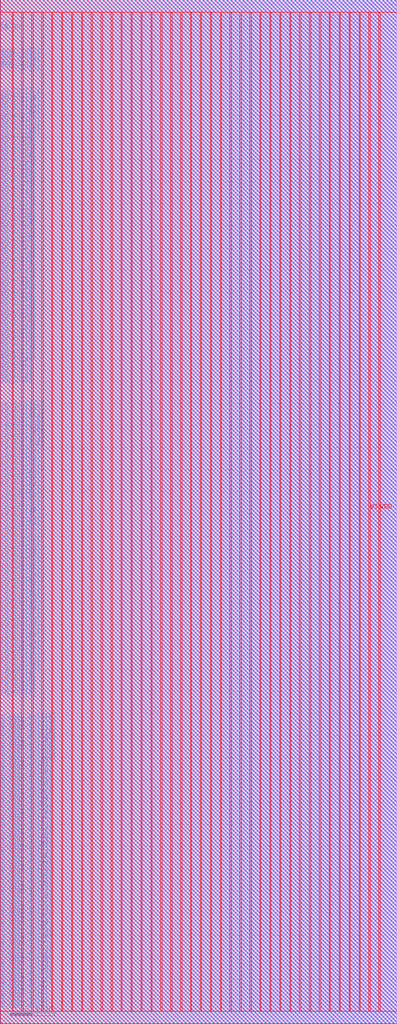
<source format=lef>
VERSION 5.7 ;
BUSBITCHARS "[]" ;
MACRO fakeram45_160x118
  FOREIGN fakeram45_160x118 0 0 ;
  SYMMETRY X Y R90 ;
  SIZE 89.680 BY 231.000 ;
  CLASS BLOCK ;
  PIN w_mask_in[0]
    DIRECTION INPUT ;
    USE SIGNAL ;
    SHAPE ABUTMENT ;
    PORT
      LAYER metal3 ;
      RECT 0.000 2.765 0.070 2.835 ;
    END
  END w_mask_in[0]
  PIN w_mask_in[1]
    DIRECTION INPUT ;
    USE SIGNAL ;
    SHAPE ABUTMENT ;
    PORT
      LAYER metal3 ;
      RECT 0.000 3.325 0.070 3.395 ;
    END
  END w_mask_in[1]
  PIN w_mask_in[2]
    DIRECTION INPUT ;
    USE SIGNAL ;
    SHAPE ABUTMENT ;
    PORT
      LAYER metal3 ;
      RECT 0.000 3.885 0.070 3.955 ;
    END
  END w_mask_in[2]
  PIN w_mask_in[3]
    DIRECTION INPUT ;
    USE SIGNAL ;
    SHAPE ABUTMENT ;
    PORT
      LAYER metal3 ;
      RECT 0.000 4.445 0.070 4.515 ;
    END
  END w_mask_in[3]
  PIN w_mask_in[4]
    DIRECTION INPUT ;
    USE SIGNAL ;
    SHAPE ABUTMENT ;
    PORT
      LAYER metal3 ;
      RECT 0.000 5.005 0.070 5.075 ;
    END
  END w_mask_in[4]
  PIN w_mask_in[5]
    DIRECTION INPUT ;
    USE SIGNAL ;
    SHAPE ABUTMENT ;
    PORT
      LAYER metal3 ;
      RECT 0.000 5.565 0.070 5.635 ;
    END
  END w_mask_in[5]
  PIN w_mask_in[6]
    DIRECTION INPUT ;
    USE SIGNAL ;
    SHAPE ABUTMENT ;
    PORT
      LAYER metal3 ;
      RECT 0.000 6.125 0.070 6.195 ;
    END
  END w_mask_in[6]
  PIN w_mask_in[7]
    DIRECTION INPUT ;
    USE SIGNAL ;
    SHAPE ABUTMENT ;
    PORT
      LAYER metal3 ;
      RECT 0.000 6.685 0.070 6.755 ;
    END
  END w_mask_in[7]
  PIN w_mask_in[8]
    DIRECTION INPUT ;
    USE SIGNAL ;
    SHAPE ABUTMENT ;
    PORT
      LAYER metal3 ;
      RECT 0.000 7.245 0.070 7.315 ;
    END
  END w_mask_in[8]
  PIN w_mask_in[9]
    DIRECTION INPUT ;
    USE SIGNAL ;
    SHAPE ABUTMENT ;
    PORT
      LAYER metal3 ;
      RECT 0.000 7.805 0.070 7.875 ;
    END
  END w_mask_in[9]
  PIN w_mask_in[10]
    DIRECTION INPUT ;
    USE SIGNAL ;
    SHAPE ABUTMENT ;
    PORT
      LAYER metal3 ;
      RECT 0.000 8.365 0.070 8.435 ;
    END
  END w_mask_in[10]
  PIN w_mask_in[11]
    DIRECTION INPUT ;
    USE SIGNAL ;
    SHAPE ABUTMENT ;
    PORT
      LAYER metal3 ;
      RECT 0.000 8.925 0.070 8.995 ;
    END
  END w_mask_in[11]
  PIN w_mask_in[12]
    DIRECTION INPUT ;
    USE SIGNAL ;
    SHAPE ABUTMENT ;
    PORT
      LAYER metal3 ;
      RECT 0.000 9.485 0.070 9.555 ;
    END
  END w_mask_in[12]
  PIN w_mask_in[13]
    DIRECTION INPUT ;
    USE SIGNAL ;
    SHAPE ABUTMENT ;
    PORT
      LAYER metal3 ;
      RECT 0.000 10.045 0.070 10.115 ;
    END
  END w_mask_in[13]
  PIN w_mask_in[14]
    DIRECTION INPUT ;
    USE SIGNAL ;
    SHAPE ABUTMENT ;
    PORT
      LAYER metal3 ;
      RECT 0.000 10.605 0.070 10.675 ;
    END
  END w_mask_in[14]
  PIN w_mask_in[15]
    DIRECTION INPUT ;
    USE SIGNAL ;
    SHAPE ABUTMENT ;
    PORT
      LAYER metal3 ;
      RECT 0.000 11.165 0.070 11.235 ;
    END
  END w_mask_in[15]
  PIN w_mask_in[16]
    DIRECTION INPUT ;
    USE SIGNAL ;
    SHAPE ABUTMENT ;
    PORT
      LAYER metal3 ;
      RECT 0.000 11.725 0.070 11.795 ;
    END
  END w_mask_in[16]
  PIN w_mask_in[17]
    DIRECTION INPUT ;
    USE SIGNAL ;
    SHAPE ABUTMENT ;
    PORT
      LAYER metal3 ;
      RECT 0.000 12.285 0.070 12.355 ;
    END
  END w_mask_in[17]
  PIN w_mask_in[18]
    DIRECTION INPUT ;
    USE SIGNAL ;
    SHAPE ABUTMENT ;
    PORT
      LAYER metal3 ;
      RECT 0.000 12.845 0.070 12.915 ;
    END
  END w_mask_in[18]
  PIN w_mask_in[19]
    DIRECTION INPUT ;
    USE SIGNAL ;
    SHAPE ABUTMENT ;
    PORT
      LAYER metal3 ;
      RECT 0.000 13.405 0.070 13.475 ;
    END
  END w_mask_in[19]
  PIN w_mask_in[20]
    DIRECTION INPUT ;
    USE SIGNAL ;
    SHAPE ABUTMENT ;
    PORT
      LAYER metal3 ;
      RECT 0.000 13.965 0.070 14.035 ;
    END
  END w_mask_in[20]
  PIN w_mask_in[21]
    DIRECTION INPUT ;
    USE SIGNAL ;
    SHAPE ABUTMENT ;
    PORT
      LAYER metal3 ;
      RECT 0.000 14.525 0.070 14.595 ;
    END
  END w_mask_in[21]
  PIN w_mask_in[22]
    DIRECTION INPUT ;
    USE SIGNAL ;
    SHAPE ABUTMENT ;
    PORT
      LAYER metal3 ;
      RECT 0.000 15.085 0.070 15.155 ;
    END
  END w_mask_in[22]
  PIN w_mask_in[23]
    DIRECTION INPUT ;
    USE SIGNAL ;
    SHAPE ABUTMENT ;
    PORT
      LAYER metal3 ;
      RECT 0.000 15.645 0.070 15.715 ;
    END
  END w_mask_in[23]
  PIN w_mask_in[24]
    DIRECTION INPUT ;
    USE SIGNAL ;
    SHAPE ABUTMENT ;
    PORT
      LAYER metal3 ;
      RECT 0.000 16.205 0.070 16.275 ;
    END
  END w_mask_in[24]
  PIN w_mask_in[25]
    DIRECTION INPUT ;
    USE SIGNAL ;
    SHAPE ABUTMENT ;
    PORT
      LAYER metal3 ;
      RECT 0.000 16.765 0.070 16.835 ;
    END
  END w_mask_in[25]
  PIN w_mask_in[26]
    DIRECTION INPUT ;
    USE SIGNAL ;
    SHAPE ABUTMENT ;
    PORT
      LAYER metal3 ;
      RECT 0.000 17.325 0.070 17.395 ;
    END
  END w_mask_in[26]
  PIN w_mask_in[27]
    DIRECTION INPUT ;
    USE SIGNAL ;
    SHAPE ABUTMENT ;
    PORT
      LAYER metal3 ;
      RECT 0.000 17.885 0.070 17.955 ;
    END
  END w_mask_in[27]
  PIN w_mask_in[28]
    DIRECTION INPUT ;
    USE SIGNAL ;
    SHAPE ABUTMENT ;
    PORT
      LAYER metal3 ;
      RECT 0.000 18.445 0.070 18.515 ;
    END
  END w_mask_in[28]
  PIN w_mask_in[29]
    DIRECTION INPUT ;
    USE SIGNAL ;
    SHAPE ABUTMENT ;
    PORT
      LAYER metal3 ;
      RECT 0.000 19.005 0.070 19.075 ;
    END
  END w_mask_in[29]
  PIN w_mask_in[30]
    DIRECTION INPUT ;
    USE SIGNAL ;
    SHAPE ABUTMENT ;
    PORT
      LAYER metal3 ;
      RECT 0.000 19.565 0.070 19.635 ;
    END
  END w_mask_in[30]
  PIN w_mask_in[31]
    DIRECTION INPUT ;
    USE SIGNAL ;
    SHAPE ABUTMENT ;
    PORT
      LAYER metal3 ;
      RECT 0.000 20.125 0.070 20.195 ;
    END
  END w_mask_in[31]
  PIN w_mask_in[32]
    DIRECTION INPUT ;
    USE SIGNAL ;
    SHAPE ABUTMENT ;
    PORT
      LAYER metal3 ;
      RECT 0.000 20.685 0.070 20.755 ;
    END
  END w_mask_in[32]
  PIN w_mask_in[33]
    DIRECTION INPUT ;
    USE SIGNAL ;
    SHAPE ABUTMENT ;
    PORT
      LAYER metal3 ;
      RECT 0.000 21.245 0.070 21.315 ;
    END
  END w_mask_in[33]
  PIN w_mask_in[34]
    DIRECTION INPUT ;
    USE SIGNAL ;
    SHAPE ABUTMENT ;
    PORT
      LAYER metal3 ;
      RECT 0.000 21.805 0.070 21.875 ;
    END
  END w_mask_in[34]
  PIN w_mask_in[35]
    DIRECTION INPUT ;
    USE SIGNAL ;
    SHAPE ABUTMENT ;
    PORT
      LAYER metal3 ;
      RECT 0.000 22.365 0.070 22.435 ;
    END
  END w_mask_in[35]
  PIN w_mask_in[36]
    DIRECTION INPUT ;
    USE SIGNAL ;
    SHAPE ABUTMENT ;
    PORT
      LAYER metal3 ;
      RECT 0.000 22.925 0.070 22.995 ;
    END
  END w_mask_in[36]
  PIN w_mask_in[37]
    DIRECTION INPUT ;
    USE SIGNAL ;
    SHAPE ABUTMENT ;
    PORT
      LAYER metal3 ;
      RECT 0.000 23.485 0.070 23.555 ;
    END
  END w_mask_in[37]
  PIN w_mask_in[38]
    DIRECTION INPUT ;
    USE SIGNAL ;
    SHAPE ABUTMENT ;
    PORT
      LAYER metal3 ;
      RECT 0.000 24.045 0.070 24.115 ;
    END
  END w_mask_in[38]
  PIN w_mask_in[39]
    DIRECTION INPUT ;
    USE SIGNAL ;
    SHAPE ABUTMENT ;
    PORT
      LAYER metal3 ;
      RECT 0.000 24.605 0.070 24.675 ;
    END
  END w_mask_in[39]
  PIN w_mask_in[40]
    DIRECTION INPUT ;
    USE SIGNAL ;
    SHAPE ABUTMENT ;
    PORT
      LAYER metal3 ;
      RECT 0.000 25.165 0.070 25.235 ;
    END
  END w_mask_in[40]
  PIN w_mask_in[41]
    DIRECTION INPUT ;
    USE SIGNAL ;
    SHAPE ABUTMENT ;
    PORT
      LAYER metal3 ;
      RECT 0.000 25.725 0.070 25.795 ;
    END
  END w_mask_in[41]
  PIN w_mask_in[42]
    DIRECTION INPUT ;
    USE SIGNAL ;
    SHAPE ABUTMENT ;
    PORT
      LAYER metal3 ;
      RECT 0.000 26.285 0.070 26.355 ;
    END
  END w_mask_in[42]
  PIN w_mask_in[43]
    DIRECTION INPUT ;
    USE SIGNAL ;
    SHAPE ABUTMENT ;
    PORT
      LAYER metal3 ;
      RECT 0.000 26.845 0.070 26.915 ;
    END
  END w_mask_in[43]
  PIN w_mask_in[44]
    DIRECTION INPUT ;
    USE SIGNAL ;
    SHAPE ABUTMENT ;
    PORT
      LAYER metal3 ;
      RECT 0.000 27.405 0.070 27.475 ;
    END
  END w_mask_in[44]
  PIN w_mask_in[45]
    DIRECTION INPUT ;
    USE SIGNAL ;
    SHAPE ABUTMENT ;
    PORT
      LAYER metal3 ;
      RECT 0.000 27.965 0.070 28.035 ;
    END
  END w_mask_in[45]
  PIN w_mask_in[46]
    DIRECTION INPUT ;
    USE SIGNAL ;
    SHAPE ABUTMENT ;
    PORT
      LAYER metal3 ;
      RECT 0.000 28.525 0.070 28.595 ;
    END
  END w_mask_in[46]
  PIN w_mask_in[47]
    DIRECTION INPUT ;
    USE SIGNAL ;
    SHAPE ABUTMENT ;
    PORT
      LAYER metal3 ;
      RECT 0.000 29.085 0.070 29.155 ;
    END
  END w_mask_in[47]
  PIN w_mask_in[48]
    DIRECTION INPUT ;
    USE SIGNAL ;
    SHAPE ABUTMENT ;
    PORT
      LAYER metal3 ;
      RECT 0.000 29.645 0.070 29.715 ;
    END
  END w_mask_in[48]
  PIN w_mask_in[49]
    DIRECTION INPUT ;
    USE SIGNAL ;
    SHAPE ABUTMENT ;
    PORT
      LAYER metal3 ;
      RECT 0.000 30.205 0.070 30.275 ;
    END
  END w_mask_in[49]
  PIN w_mask_in[50]
    DIRECTION INPUT ;
    USE SIGNAL ;
    SHAPE ABUTMENT ;
    PORT
      LAYER metal3 ;
      RECT 0.000 30.765 0.070 30.835 ;
    END
  END w_mask_in[50]
  PIN w_mask_in[51]
    DIRECTION INPUT ;
    USE SIGNAL ;
    SHAPE ABUTMENT ;
    PORT
      LAYER metal3 ;
      RECT 0.000 31.325 0.070 31.395 ;
    END
  END w_mask_in[51]
  PIN w_mask_in[52]
    DIRECTION INPUT ;
    USE SIGNAL ;
    SHAPE ABUTMENT ;
    PORT
      LAYER metal3 ;
      RECT 0.000 31.885 0.070 31.955 ;
    END
  END w_mask_in[52]
  PIN w_mask_in[53]
    DIRECTION INPUT ;
    USE SIGNAL ;
    SHAPE ABUTMENT ;
    PORT
      LAYER metal3 ;
      RECT 0.000 32.445 0.070 32.515 ;
    END
  END w_mask_in[53]
  PIN w_mask_in[54]
    DIRECTION INPUT ;
    USE SIGNAL ;
    SHAPE ABUTMENT ;
    PORT
      LAYER metal3 ;
      RECT 0.000 33.005 0.070 33.075 ;
    END
  END w_mask_in[54]
  PIN w_mask_in[55]
    DIRECTION INPUT ;
    USE SIGNAL ;
    SHAPE ABUTMENT ;
    PORT
      LAYER metal3 ;
      RECT 0.000 33.565 0.070 33.635 ;
    END
  END w_mask_in[55]
  PIN w_mask_in[56]
    DIRECTION INPUT ;
    USE SIGNAL ;
    SHAPE ABUTMENT ;
    PORT
      LAYER metal3 ;
      RECT 0.000 34.125 0.070 34.195 ;
    END
  END w_mask_in[56]
  PIN w_mask_in[57]
    DIRECTION INPUT ;
    USE SIGNAL ;
    SHAPE ABUTMENT ;
    PORT
      LAYER metal3 ;
      RECT 0.000 34.685 0.070 34.755 ;
    END
  END w_mask_in[57]
  PIN w_mask_in[58]
    DIRECTION INPUT ;
    USE SIGNAL ;
    SHAPE ABUTMENT ;
    PORT
      LAYER metal3 ;
      RECT 0.000 35.245 0.070 35.315 ;
    END
  END w_mask_in[58]
  PIN w_mask_in[59]
    DIRECTION INPUT ;
    USE SIGNAL ;
    SHAPE ABUTMENT ;
    PORT
      LAYER metal3 ;
      RECT 0.000 35.805 0.070 35.875 ;
    END
  END w_mask_in[59]
  PIN w_mask_in[60]
    DIRECTION INPUT ;
    USE SIGNAL ;
    SHAPE ABUTMENT ;
    PORT
      LAYER metal3 ;
      RECT 0.000 36.365 0.070 36.435 ;
    END
  END w_mask_in[60]
  PIN w_mask_in[61]
    DIRECTION INPUT ;
    USE SIGNAL ;
    SHAPE ABUTMENT ;
    PORT
      LAYER metal3 ;
      RECT 0.000 36.925 0.070 36.995 ;
    END
  END w_mask_in[61]
  PIN w_mask_in[62]
    DIRECTION INPUT ;
    USE SIGNAL ;
    SHAPE ABUTMENT ;
    PORT
      LAYER metal3 ;
      RECT 0.000 37.485 0.070 37.555 ;
    END
  END w_mask_in[62]
  PIN w_mask_in[63]
    DIRECTION INPUT ;
    USE SIGNAL ;
    SHAPE ABUTMENT ;
    PORT
      LAYER metal3 ;
      RECT 0.000 38.045 0.070 38.115 ;
    END
  END w_mask_in[63]
  PIN w_mask_in[64]
    DIRECTION INPUT ;
    USE SIGNAL ;
    SHAPE ABUTMENT ;
    PORT
      LAYER metal3 ;
      RECT 0.000 38.605 0.070 38.675 ;
    END
  END w_mask_in[64]
  PIN w_mask_in[65]
    DIRECTION INPUT ;
    USE SIGNAL ;
    SHAPE ABUTMENT ;
    PORT
      LAYER metal3 ;
      RECT 0.000 39.165 0.070 39.235 ;
    END
  END w_mask_in[65]
  PIN w_mask_in[66]
    DIRECTION INPUT ;
    USE SIGNAL ;
    SHAPE ABUTMENT ;
    PORT
      LAYER metal3 ;
      RECT 0.000 39.725 0.070 39.795 ;
    END
  END w_mask_in[66]
  PIN w_mask_in[67]
    DIRECTION INPUT ;
    USE SIGNAL ;
    SHAPE ABUTMENT ;
    PORT
      LAYER metal3 ;
      RECT 0.000 40.285 0.070 40.355 ;
    END
  END w_mask_in[67]
  PIN w_mask_in[68]
    DIRECTION INPUT ;
    USE SIGNAL ;
    SHAPE ABUTMENT ;
    PORT
      LAYER metal3 ;
      RECT 0.000 40.845 0.070 40.915 ;
    END
  END w_mask_in[68]
  PIN w_mask_in[69]
    DIRECTION INPUT ;
    USE SIGNAL ;
    SHAPE ABUTMENT ;
    PORT
      LAYER metal3 ;
      RECT 0.000 41.405 0.070 41.475 ;
    END
  END w_mask_in[69]
  PIN w_mask_in[70]
    DIRECTION INPUT ;
    USE SIGNAL ;
    SHAPE ABUTMENT ;
    PORT
      LAYER metal3 ;
      RECT 0.000 41.965 0.070 42.035 ;
    END
  END w_mask_in[70]
  PIN w_mask_in[71]
    DIRECTION INPUT ;
    USE SIGNAL ;
    SHAPE ABUTMENT ;
    PORT
      LAYER metal3 ;
      RECT 0.000 42.525 0.070 42.595 ;
    END
  END w_mask_in[71]
  PIN w_mask_in[72]
    DIRECTION INPUT ;
    USE SIGNAL ;
    SHAPE ABUTMENT ;
    PORT
      LAYER metal3 ;
      RECT 0.000 43.085 0.070 43.155 ;
    END
  END w_mask_in[72]
  PIN w_mask_in[73]
    DIRECTION INPUT ;
    USE SIGNAL ;
    SHAPE ABUTMENT ;
    PORT
      LAYER metal3 ;
      RECT 0.000 43.645 0.070 43.715 ;
    END
  END w_mask_in[73]
  PIN w_mask_in[74]
    DIRECTION INPUT ;
    USE SIGNAL ;
    SHAPE ABUTMENT ;
    PORT
      LAYER metal3 ;
      RECT 0.000 44.205 0.070 44.275 ;
    END
  END w_mask_in[74]
  PIN w_mask_in[75]
    DIRECTION INPUT ;
    USE SIGNAL ;
    SHAPE ABUTMENT ;
    PORT
      LAYER metal3 ;
      RECT 0.000 44.765 0.070 44.835 ;
    END
  END w_mask_in[75]
  PIN w_mask_in[76]
    DIRECTION INPUT ;
    USE SIGNAL ;
    SHAPE ABUTMENT ;
    PORT
      LAYER metal3 ;
      RECT 0.000 45.325 0.070 45.395 ;
    END
  END w_mask_in[76]
  PIN w_mask_in[77]
    DIRECTION INPUT ;
    USE SIGNAL ;
    SHAPE ABUTMENT ;
    PORT
      LAYER metal3 ;
      RECT 0.000 45.885 0.070 45.955 ;
    END
  END w_mask_in[77]
  PIN w_mask_in[78]
    DIRECTION INPUT ;
    USE SIGNAL ;
    SHAPE ABUTMENT ;
    PORT
      LAYER metal3 ;
      RECT 0.000 46.445 0.070 46.515 ;
    END
  END w_mask_in[78]
  PIN w_mask_in[79]
    DIRECTION INPUT ;
    USE SIGNAL ;
    SHAPE ABUTMENT ;
    PORT
      LAYER metal3 ;
      RECT 0.000 47.005 0.070 47.075 ;
    END
  END w_mask_in[79]
  PIN w_mask_in[80]
    DIRECTION INPUT ;
    USE SIGNAL ;
    SHAPE ABUTMENT ;
    PORT
      LAYER metal3 ;
      RECT 0.000 47.565 0.070 47.635 ;
    END
  END w_mask_in[80]
  PIN w_mask_in[81]
    DIRECTION INPUT ;
    USE SIGNAL ;
    SHAPE ABUTMENT ;
    PORT
      LAYER metal3 ;
      RECT 0.000 48.125 0.070 48.195 ;
    END
  END w_mask_in[81]
  PIN w_mask_in[82]
    DIRECTION INPUT ;
    USE SIGNAL ;
    SHAPE ABUTMENT ;
    PORT
      LAYER metal3 ;
      RECT 0.000 48.685 0.070 48.755 ;
    END
  END w_mask_in[82]
  PIN w_mask_in[83]
    DIRECTION INPUT ;
    USE SIGNAL ;
    SHAPE ABUTMENT ;
    PORT
      LAYER metal3 ;
      RECT 0.000 49.245 0.070 49.315 ;
    END
  END w_mask_in[83]
  PIN w_mask_in[84]
    DIRECTION INPUT ;
    USE SIGNAL ;
    SHAPE ABUTMENT ;
    PORT
      LAYER metal3 ;
      RECT 0.000 49.805 0.070 49.875 ;
    END
  END w_mask_in[84]
  PIN w_mask_in[85]
    DIRECTION INPUT ;
    USE SIGNAL ;
    SHAPE ABUTMENT ;
    PORT
      LAYER metal3 ;
      RECT 0.000 50.365 0.070 50.435 ;
    END
  END w_mask_in[85]
  PIN w_mask_in[86]
    DIRECTION INPUT ;
    USE SIGNAL ;
    SHAPE ABUTMENT ;
    PORT
      LAYER metal3 ;
      RECT 0.000 50.925 0.070 50.995 ;
    END
  END w_mask_in[86]
  PIN w_mask_in[87]
    DIRECTION INPUT ;
    USE SIGNAL ;
    SHAPE ABUTMENT ;
    PORT
      LAYER metal3 ;
      RECT 0.000 51.485 0.070 51.555 ;
    END
  END w_mask_in[87]
  PIN w_mask_in[88]
    DIRECTION INPUT ;
    USE SIGNAL ;
    SHAPE ABUTMENT ;
    PORT
      LAYER metal3 ;
      RECT 0.000 52.045 0.070 52.115 ;
    END
  END w_mask_in[88]
  PIN w_mask_in[89]
    DIRECTION INPUT ;
    USE SIGNAL ;
    SHAPE ABUTMENT ;
    PORT
      LAYER metal3 ;
      RECT 0.000 52.605 0.070 52.675 ;
    END
  END w_mask_in[89]
  PIN w_mask_in[90]
    DIRECTION INPUT ;
    USE SIGNAL ;
    SHAPE ABUTMENT ;
    PORT
      LAYER metal3 ;
      RECT 0.000 53.165 0.070 53.235 ;
    END
  END w_mask_in[90]
  PIN w_mask_in[91]
    DIRECTION INPUT ;
    USE SIGNAL ;
    SHAPE ABUTMENT ;
    PORT
      LAYER metal3 ;
      RECT 0.000 53.725 0.070 53.795 ;
    END
  END w_mask_in[91]
  PIN w_mask_in[92]
    DIRECTION INPUT ;
    USE SIGNAL ;
    SHAPE ABUTMENT ;
    PORT
      LAYER metal3 ;
      RECT 0.000 54.285 0.070 54.355 ;
    END
  END w_mask_in[92]
  PIN w_mask_in[93]
    DIRECTION INPUT ;
    USE SIGNAL ;
    SHAPE ABUTMENT ;
    PORT
      LAYER metal3 ;
      RECT 0.000 54.845 0.070 54.915 ;
    END
  END w_mask_in[93]
  PIN w_mask_in[94]
    DIRECTION INPUT ;
    USE SIGNAL ;
    SHAPE ABUTMENT ;
    PORT
      LAYER metal3 ;
      RECT 0.000 55.405 0.070 55.475 ;
    END
  END w_mask_in[94]
  PIN w_mask_in[95]
    DIRECTION INPUT ;
    USE SIGNAL ;
    SHAPE ABUTMENT ;
    PORT
      LAYER metal3 ;
      RECT 0.000 55.965 0.070 56.035 ;
    END
  END w_mask_in[95]
  PIN w_mask_in[96]
    DIRECTION INPUT ;
    USE SIGNAL ;
    SHAPE ABUTMENT ;
    PORT
      LAYER metal3 ;
      RECT 0.000 56.525 0.070 56.595 ;
    END
  END w_mask_in[96]
  PIN w_mask_in[97]
    DIRECTION INPUT ;
    USE SIGNAL ;
    SHAPE ABUTMENT ;
    PORT
      LAYER metal3 ;
      RECT 0.000 57.085 0.070 57.155 ;
    END
  END w_mask_in[97]
  PIN w_mask_in[98]
    DIRECTION INPUT ;
    USE SIGNAL ;
    SHAPE ABUTMENT ;
    PORT
      LAYER metal3 ;
      RECT 0.000 57.645 0.070 57.715 ;
    END
  END w_mask_in[98]
  PIN w_mask_in[99]
    DIRECTION INPUT ;
    USE SIGNAL ;
    SHAPE ABUTMENT ;
    PORT
      LAYER metal3 ;
      RECT 0.000 58.205 0.070 58.275 ;
    END
  END w_mask_in[99]
  PIN w_mask_in[100]
    DIRECTION INPUT ;
    USE SIGNAL ;
    SHAPE ABUTMENT ;
    PORT
      LAYER metal3 ;
      RECT 0.000 58.765 0.070 58.835 ;
    END
  END w_mask_in[100]
  PIN w_mask_in[101]
    DIRECTION INPUT ;
    USE SIGNAL ;
    SHAPE ABUTMENT ;
    PORT
      LAYER metal3 ;
      RECT 0.000 59.325 0.070 59.395 ;
    END
  END w_mask_in[101]
  PIN w_mask_in[102]
    DIRECTION INPUT ;
    USE SIGNAL ;
    SHAPE ABUTMENT ;
    PORT
      LAYER metal3 ;
      RECT 0.000 59.885 0.070 59.955 ;
    END
  END w_mask_in[102]
  PIN w_mask_in[103]
    DIRECTION INPUT ;
    USE SIGNAL ;
    SHAPE ABUTMENT ;
    PORT
      LAYER metal3 ;
      RECT 0.000 60.445 0.070 60.515 ;
    END
  END w_mask_in[103]
  PIN w_mask_in[104]
    DIRECTION INPUT ;
    USE SIGNAL ;
    SHAPE ABUTMENT ;
    PORT
      LAYER metal3 ;
      RECT 0.000 61.005 0.070 61.075 ;
    END
  END w_mask_in[104]
  PIN w_mask_in[105]
    DIRECTION INPUT ;
    USE SIGNAL ;
    SHAPE ABUTMENT ;
    PORT
      LAYER metal3 ;
      RECT 0.000 61.565 0.070 61.635 ;
    END
  END w_mask_in[105]
  PIN w_mask_in[106]
    DIRECTION INPUT ;
    USE SIGNAL ;
    SHAPE ABUTMENT ;
    PORT
      LAYER metal3 ;
      RECT 0.000 62.125 0.070 62.195 ;
    END
  END w_mask_in[106]
  PIN w_mask_in[107]
    DIRECTION INPUT ;
    USE SIGNAL ;
    SHAPE ABUTMENT ;
    PORT
      LAYER metal3 ;
      RECT 0.000 62.685 0.070 62.755 ;
    END
  END w_mask_in[107]
  PIN w_mask_in[108]
    DIRECTION INPUT ;
    USE SIGNAL ;
    SHAPE ABUTMENT ;
    PORT
      LAYER metal3 ;
      RECT 0.000 63.245 0.070 63.315 ;
    END
  END w_mask_in[108]
  PIN w_mask_in[109]
    DIRECTION INPUT ;
    USE SIGNAL ;
    SHAPE ABUTMENT ;
    PORT
      LAYER metal3 ;
      RECT 0.000 63.805 0.070 63.875 ;
    END
  END w_mask_in[109]
  PIN w_mask_in[110]
    DIRECTION INPUT ;
    USE SIGNAL ;
    SHAPE ABUTMENT ;
    PORT
      LAYER metal3 ;
      RECT 0.000 64.365 0.070 64.435 ;
    END
  END w_mask_in[110]
  PIN w_mask_in[111]
    DIRECTION INPUT ;
    USE SIGNAL ;
    SHAPE ABUTMENT ;
    PORT
      LAYER metal3 ;
      RECT 0.000 64.925 0.070 64.995 ;
    END
  END w_mask_in[111]
  PIN w_mask_in[112]
    DIRECTION INPUT ;
    USE SIGNAL ;
    SHAPE ABUTMENT ;
    PORT
      LAYER metal3 ;
      RECT 0.000 65.485 0.070 65.555 ;
    END
  END w_mask_in[112]
  PIN w_mask_in[113]
    DIRECTION INPUT ;
    USE SIGNAL ;
    SHAPE ABUTMENT ;
    PORT
      LAYER metal3 ;
      RECT 0.000 66.045 0.070 66.115 ;
    END
  END w_mask_in[113]
  PIN w_mask_in[114]
    DIRECTION INPUT ;
    USE SIGNAL ;
    SHAPE ABUTMENT ;
    PORT
      LAYER metal3 ;
      RECT 0.000 66.605 0.070 66.675 ;
    END
  END w_mask_in[114]
  PIN w_mask_in[115]
    DIRECTION INPUT ;
    USE SIGNAL ;
    SHAPE ABUTMENT ;
    PORT
      LAYER metal3 ;
      RECT 0.000 67.165 0.070 67.235 ;
    END
  END w_mask_in[115]
  PIN w_mask_in[116]
    DIRECTION INPUT ;
    USE SIGNAL ;
    SHAPE ABUTMENT ;
    PORT
      LAYER metal3 ;
      RECT 0.000 67.725 0.070 67.795 ;
    END
  END w_mask_in[116]
  PIN w_mask_in[117]
    DIRECTION INPUT ;
    USE SIGNAL ;
    SHAPE ABUTMENT ;
    PORT
      LAYER metal3 ;
      RECT 0.000 68.285 0.070 68.355 ;
    END
  END w_mask_in[117]
  PIN rd_out[0]
    DIRECTION OUTPUT ;
    USE SIGNAL ;
    SHAPE ABUTMENT ;
    PORT
      LAYER metal3 ;
      RECT 0.000 73.325 0.070 73.395 ;
    END
  END rd_out[0]
  PIN rd_out[1]
    DIRECTION OUTPUT ;
    USE SIGNAL ;
    SHAPE ABUTMENT ;
    PORT
      LAYER metal3 ;
      RECT 0.000 73.885 0.070 73.955 ;
    END
  END rd_out[1]
  PIN rd_out[2]
    DIRECTION OUTPUT ;
    USE SIGNAL ;
    SHAPE ABUTMENT ;
    PORT
      LAYER metal3 ;
      RECT 0.000 74.445 0.070 74.515 ;
    END
  END rd_out[2]
  PIN rd_out[3]
    DIRECTION OUTPUT ;
    USE SIGNAL ;
    SHAPE ABUTMENT ;
    PORT
      LAYER metal3 ;
      RECT 0.000 75.005 0.070 75.075 ;
    END
  END rd_out[3]
  PIN rd_out[4]
    DIRECTION OUTPUT ;
    USE SIGNAL ;
    SHAPE ABUTMENT ;
    PORT
      LAYER metal3 ;
      RECT 0.000 75.565 0.070 75.635 ;
    END
  END rd_out[4]
  PIN rd_out[5]
    DIRECTION OUTPUT ;
    USE SIGNAL ;
    SHAPE ABUTMENT ;
    PORT
      LAYER metal3 ;
      RECT 0.000 76.125 0.070 76.195 ;
    END
  END rd_out[5]
  PIN rd_out[6]
    DIRECTION OUTPUT ;
    USE SIGNAL ;
    SHAPE ABUTMENT ;
    PORT
      LAYER metal3 ;
      RECT 0.000 76.685 0.070 76.755 ;
    END
  END rd_out[6]
  PIN rd_out[7]
    DIRECTION OUTPUT ;
    USE SIGNAL ;
    SHAPE ABUTMENT ;
    PORT
      LAYER metal3 ;
      RECT 0.000 77.245 0.070 77.315 ;
    END
  END rd_out[7]
  PIN rd_out[8]
    DIRECTION OUTPUT ;
    USE SIGNAL ;
    SHAPE ABUTMENT ;
    PORT
      LAYER metal3 ;
      RECT 0.000 77.805 0.070 77.875 ;
    END
  END rd_out[8]
  PIN rd_out[9]
    DIRECTION OUTPUT ;
    USE SIGNAL ;
    SHAPE ABUTMENT ;
    PORT
      LAYER metal3 ;
      RECT 0.000 78.365 0.070 78.435 ;
    END
  END rd_out[9]
  PIN rd_out[10]
    DIRECTION OUTPUT ;
    USE SIGNAL ;
    SHAPE ABUTMENT ;
    PORT
      LAYER metal3 ;
      RECT 0.000 78.925 0.070 78.995 ;
    END
  END rd_out[10]
  PIN rd_out[11]
    DIRECTION OUTPUT ;
    USE SIGNAL ;
    SHAPE ABUTMENT ;
    PORT
      LAYER metal3 ;
      RECT 0.000 79.485 0.070 79.555 ;
    END
  END rd_out[11]
  PIN rd_out[12]
    DIRECTION OUTPUT ;
    USE SIGNAL ;
    SHAPE ABUTMENT ;
    PORT
      LAYER metal3 ;
      RECT 0.000 80.045 0.070 80.115 ;
    END
  END rd_out[12]
  PIN rd_out[13]
    DIRECTION OUTPUT ;
    USE SIGNAL ;
    SHAPE ABUTMENT ;
    PORT
      LAYER metal3 ;
      RECT 0.000 80.605 0.070 80.675 ;
    END
  END rd_out[13]
  PIN rd_out[14]
    DIRECTION OUTPUT ;
    USE SIGNAL ;
    SHAPE ABUTMENT ;
    PORT
      LAYER metal3 ;
      RECT 0.000 81.165 0.070 81.235 ;
    END
  END rd_out[14]
  PIN rd_out[15]
    DIRECTION OUTPUT ;
    USE SIGNAL ;
    SHAPE ABUTMENT ;
    PORT
      LAYER metal3 ;
      RECT 0.000 81.725 0.070 81.795 ;
    END
  END rd_out[15]
  PIN rd_out[16]
    DIRECTION OUTPUT ;
    USE SIGNAL ;
    SHAPE ABUTMENT ;
    PORT
      LAYER metal3 ;
      RECT 0.000 82.285 0.070 82.355 ;
    END
  END rd_out[16]
  PIN rd_out[17]
    DIRECTION OUTPUT ;
    USE SIGNAL ;
    SHAPE ABUTMENT ;
    PORT
      LAYER metal3 ;
      RECT 0.000 82.845 0.070 82.915 ;
    END
  END rd_out[17]
  PIN rd_out[18]
    DIRECTION OUTPUT ;
    USE SIGNAL ;
    SHAPE ABUTMENT ;
    PORT
      LAYER metal3 ;
      RECT 0.000 83.405 0.070 83.475 ;
    END
  END rd_out[18]
  PIN rd_out[19]
    DIRECTION OUTPUT ;
    USE SIGNAL ;
    SHAPE ABUTMENT ;
    PORT
      LAYER metal3 ;
      RECT 0.000 83.965 0.070 84.035 ;
    END
  END rd_out[19]
  PIN rd_out[20]
    DIRECTION OUTPUT ;
    USE SIGNAL ;
    SHAPE ABUTMENT ;
    PORT
      LAYER metal3 ;
      RECT 0.000 84.525 0.070 84.595 ;
    END
  END rd_out[20]
  PIN rd_out[21]
    DIRECTION OUTPUT ;
    USE SIGNAL ;
    SHAPE ABUTMENT ;
    PORT
      LAYER metal3 ;
      RECT 0.000 85.085 0.070 85.155 ;
    END
  END rd_out[21]
  PIN rd_out[22]
    DIRECTION OUTPUT ;
    USE SIGNAL ;
    SHAPE ABUTMENT ;
    PORT
      LAYER metal3 ;
      RECT 0.000 85.645 0.070 85.715 ;
    END
  END rd_out[22]
  PIN rd_out[23]
    DIRECTION OUTPUT ;
    USE SIGNAL ;
    SHAPE ABUTMENT ;
    PORT
      LAYER metal3 ;
      RECT 0.000 86.205 0.070 86.275 ;
    END
  END rd_out[23]
  PIN rd_out[24]
    DIRECTION OUTPUT ;
    USE SIGNAL ;
    SHAPE ABUTMENT ;
    PORT
      LAYER metal3 ;
      RECT 0.000 86.765 0.070 86.835 ;
    END
  END rd_out[24]
  PIN rd_out[25]
    DIRECTION OUTPUT ;
    USE SIGNAL ;
    SHAPE ABUTMENT ;
    PORT
      LAYER metal3 ;
      RECT 0.000 87.325 0.070 87.395 ;
    END
  END rd_out[25]
  PIN rd_out[26]
    DIRECTION OUTPUT ;
    USE SIGNAL ;
    SHAPE ABUTMENT ;
    PORT
      LAYER metal3 ;
      RECT 0.000 87.885 0.070 87.955 ;
    END
  END rd_out[26]
  PIN rd_out[27]
    DIRECTION OUTPUT ;
    USE SIGNAL ;
    SHAPE ABUTMENT ;
    PORT
      LAYER metal3 ;
      RECT 0.000 88.445 0.070 88.515 ;
    END
  END rd_out[27]
  PIN rd_out[28]
    DIRECTION OUTPUT ;
    USE SIGNAL ;
    SHAPE ABUTMENT ;
    PORT
      LAYER metal3 ;
      RECT 0.000 89.005 0.070 89.075 ;
    END
  END rd_out[28]
  PIN rd_out[29]
    DIRECTION OUTPUT ;
    USE SIGNAL ;
    SHAPE ABUTMENT ;
    PORT
      LAYER metal3 ;
      RECT 0.000 89.565 0.070 89.635 ;
    END
  END rd_out[29]
  PIN rd_out[30]
    DIRECTION OUTPUT ;
    USE SIGNAL ;
    SHAPE ABUTMENT ;
    PORT
      LAYER metal3 ;
      RECT 0.000 90.125 0.070 90.195 ;
    END
  END rd_out[30]
  PIN rd_out[31]
    DIRECTION OUTPUT ;
    USE SIGNAL ;
    SHAPE ABUTMENT ;
    PORT
      LAYER metal3 ;
      RECT 0.000 90.685 0.070 90.755 ;
    END
  END rd_out[31]
  PIN rd_out[32]
    DIRECTION OUTPUT ;
    USE SIGNAL ;
    SHAPE ABUTMENT ;
    PORT
      LAYER metal3 ;
      RECT 0.000 91.245 0.070 91.315 ;
    END
  END rd_out[32]
  PIN rd_out[33]
    DIRECTION OUTPUT ;
    USE SIGNAL ;
    SHAPE ABUTMENT ;
    PORT
      LAYER metal3 ;
      RECT 0.000 91.805 0.070 91.875 ;
    END
  END rd_out[33]
  PIN rd_out[34]
    DIRECTION OUTPUT ;
    USE SIGNAL ;
    SHAPE ABUTMENT ;
    PORT
      LAYER metal3 ;
      RECT 0.000 92.365 0.070 92.435 ;
    END
  END rd_out[34]
  PIN rd_out[35]
    DIRECTION OUTPUT ;
    USE SIGNAL ;
    SHAPE ABUTMENT ;
    PORT
      LAYER metal3 ;
      RECT 0.000 92.925 0.070 92.995 ;
    END
  END rd_out[35]
  PIN rd_out[36]
    DIRECTION OUTPUT ;
    USE SIGNAL ;
    SHAPE ABUTMENT ;
    PORT
      LAYER metal3 ;
      RECT 0.000 93.485 0.070 93.555 ;
    END
  END rd_out[36]
  PIN rd_out[37]
    DIRECTION OUTPUT ;
    USE SIGNAL ;
    SHAPE ABUTMENT ;
    PORT
      LAYER metal3 ;
      RECT 0.000 94.045 0.070 94.115 ;
    END
  END rd_out[37]
  PIN rd_out[38]
    DIRECTION OUTPUT ;
    USE SIGNAL ;
    SHAPE ABUTMENT ;
    PORT
      LAYER metal3 ;
      RECT 0.000 94.605 0.070 94.675 ;
    END
  END rd_out[38]
  PIN rd_out[39]
    DIRECTION OUTPUT ;
    USE SIGNAL ;
    SHAPE ABUTMENT ;
    PORT
      LAYER metal3 ;
      RECT 0.000 95.165 0.070 95.235 ;
    END
  END rd_out[39]
  PIN rd_out[40]
    DIRECTION OUTPUT ;
    USE SIGNAL ;
    SHAPE ABUTMENT ;
    PORT
      LAYER metal3 ;
      RECT 0.000 95.725 0.070 95.795 ;
    END
  END rd_out[40]
  PIN rd_out[41]
    DIRECTION OUTPUT ;
    USE SIGNAL ;
    SHAPE ABUTMENT ;
    PORT
      LAYER metal3 ;
      RECT 0.000 96.285 0.070 96.355 ;
    END
  END rd_out[41]
  PIN rd_out[42]
    DIRECTION OUTPUT ;
    USE SIGNAL ;
    SHAPE ABUTMENT ;
    PORT
      LAYER metal3 ;
      RECT 0.000 96.845 0.070 96.915 ;
    END
  END rd_out[42]
  PIN rd_out[43]
    DIRECTION OUTPUT ;
    USE SIGNAL ;
    SHAPE ABUTMENT ;
    PORT
      LAYER metal3 ;
      RECT 0.000 97.405 0.070 97.475 ;
    END
  END rd_out[43]
  PIN rd_out[44]
    DIRECTION OUTPUT ;
    USE SIGNAL ;
    SHAPE ABUTMENT ;
    PORT
      LAYER metal3 ;
      RECT 0.000 97.965 0.070 98.035 ;
    END
  END rd_out[44]
  PIN rd_out[45]
    DIRECTION OUTPUT ;
    USE SIGNAL ;
    SHAPE ABUTMENT ;
    PORT
      LAYER metal3 ;
      RECT 0.000 98.525 0.070 98.595 ;
    END
  END rd_out[45]
  PIN rd_out[46]
    DIRECTION OUTPUT ;
    USE SIGNAL ;
    SHAPE ABUTMENT ;
    PORT
      LAYER metal3 ;
      RECT 0.000 99.085 0.070 99.155 ;
    END
  END rd_out[46]
  PIN rd_out[47]
    DIRECTION OUTPUT ;
    USE SIGNAL ;
    SHAPE ABUTMENT ;
    PORT
      LAYER metal3 ;
      RECT 0.000 99.645 0.070 99.715 ;
    END
  END rd_out[47]
  PIN rd_out[48]
    DIRECTION OUTPUT ;
    USE SIGNAL ;
    SHAPE ABUTMENT ;
    PORT
      LAYER metal3 ;
      RECT 0.000 100.205 0.070 100.275 ;
    END
  END rd_out[48]
  PIN rd_out[49]
    DIRECTION OUTPUT ;
    USE SIGNAL ;
    SHAPE ABUTMENT ;
    PORT
      LAYER metal3 ;
      RECT 0.000 100.765 0.070 100.835 ;
    END
  END rd_out[49]
  PIN rd_out[50]
    DIRECTION OUTPUT ;
    USE SIGNAL ;
    SHAPE ABUTMENT ;
    PORT
      LAYER metal3 ;
      RECT 0.000 101.325 0.070 101.395 ;
    END
  END rd_out[50]
  PIN rd_out[51]
    DIRECTION OUTPUT ;
    USE SIGNAL ;
    SHAPE ABUTMENT ;
    PORT
      LAYER metal3 ;
      RECT 0.000 101.885 0.070 101.955 ;
    END
  END rd_out[51]
  PIN rd_out[52]
    DIRECTION OUTPUT ;
    USE SIGNAL ;
    SHAPE ABUTMENT ;
    PORT
      LAYER metal3 ;
      RECT 0.000 102.445 0.070 102.515 ;
    END
  END rd_out[52]
  PIN rd_out[53]
    DIRECTION OUTPUT ;
    USE SIGNAL ;
    SHAPE ABUTMENT ;
    PORT
      LAYER metal3 ;
      RECT 0.000 103.005 0.070 103.075 ;
    END
  END rd_out[53]
  PIN rd_out[54]
    DIRECTION OUTPUT ;
    USE SIGNAL ;
    SHAPE ABUTMENT ;
    PORT
      LAYER metal3 ;
      RECT 0.000 103.565 0.070 103.635 ;
    END
  END rd_out[54]
  PIN rd_out[55]
    DIRECTION OUTPUT ;
    USE SIGNAL ;
    SHAPE ABUTMENT ;
    PORT
      LAYER metal3 ;
      RECT 0.000 104.125 0.070 104.195 ;
    END
  END rd_out[55]
  PIN rd_out[56]
    DIRECTION OUTPUT ;
    USE SIGNAL ;
    SHAPE ABUTMENT ;
    PORT
      LAYER metal3 ;
      RECT 0.000 104.685 0.070 104.755 ;
    END
  END rd_out[56]
  PIN rd_out[57]
    DIRECTION OUTPUT ;
    USE SIGNAL ;
    SHAPE ABUTMENT ;
    PORT
      LAYER metal3 ;
      RECT 0.000 105.245 0.070 105.315 ;
    END
  END rd_out[57]
  PIN rd_out[58]
    DIRECTION OUTPUT ;
    USE SIGNAL ;
    SHAPE ABUTMENT ;
    PORT
      LAYER metal3 ;
      RECT 0.000 105.805 0.070 105.875 ;
    END
  END rd_out[58]
  PIN rd_out[59]
    DIRECTION OUTPUT ;
    USE SIGNAL ;
    SHAPE ABUTMENT ;
    PORT
      LAYER metal3 ;
      RECT 0.000 106.365 0.070 106.435 ;
    END
  END rd_out[59]
  PIN rd_out[60]
    DIRECTION OUTPUT ;
    USE SIGNAL ;
    SHAPE ABUTMENT ;
    PORT
      LAYER metal3 ;
      RECT 0.000 106.925 0.070 106.995 ;
    END
  END rd_out[60]
  PIN rd_out[61]
    DIRECTION OUTPUT ;
    USE SIGNAL ;
    SHAPE ABUTMENT ;
    PORT
      LAYER metal3 ;
      RECT 0.000 107.485 0.070 107.555 ;
    END
  END rd_out[61]
  PIN rd_out[62]
    DIRECTION OUTPUT ;
    USE SIGNAL ;
    SHAPE ABUTMENT ;
    PORT
      LAYER metal3 ;
      RECT 0.000 108.045 0.070 108.115 ;
    END
  END rd_out[62]
  PIN rd_out[63]
    DIRECTION OUTPUT ;
    USE SIGNAL ;
    SHAPE ABUTMENT ;
    PORT
      LAYER metal3 ;
      RECT 0.000 108.605 0.070 108.675 ;
    END
  END rd_out[63]
  PIN rd_out[64]
    DIRECTION OUTPUT ;
    USE SIGNAL ;
    SHAPE ABUTMENT ;
    PORT
      LAYER metal3 ;
      RECT 0.000 109.165 0.070 109.235 ;
    END
  END rd_out[64]
  PIN rd_out[65]
    DIRECTION OUTPUT ;
    USE SIGNAL ;
    SHAPE ABUTMENT ;
    PORT
      LAYER metal3 ;
      RECT 0.000 109.725 0.070 109.795 ;
    END
  END rd_out[65]
  PIN rd_out[66]
    DIRECTION OUTPUT ;
    USE SIGNAL ;
    SHAPE ABUTMENT ;
    PORT
      LAYER metal3 ;
      RECT 0.000 110.285 0.070 110.355 ;
    END
  END rd_out[66]
  PIN rd_out[67]
    DIRECTION OUTPUT ;
    USE SIGNAL ;
    SHAPE ABUTMENT ;
    PORT
      LAYER metal3 ;
      RECT 0.000 110.845 0.070 110.915 ;
    END
  END rd_out[67]
  PIN rd_out[68]
    DIRECTION OUTPUT ;
    USE SIGNAL ;
    SHAPE ABUTMENT ;
    PORT
      LAYER metal3 ;
      RECT 0.000 111.405 0.070 111.475 ;
    END
  END rd_out[68]
  PIN rd_out[69]
    DIRECTION OUTPUT ;
    USE SIGNAL ;
    SHAPE ABUTMENT ;
    PORT
      LAYER metal3 ;
      RECT 0.000 111.965 0.070 112.035 ;
    END
  END rd_out[69]
  PIN rd_out[70]
    DIRECTION OUTPUT ;
    USE SIGNAL ;
    SHAPE ABUTMENT ;
    PORT
      LAYER metal3 ;
      RECT 0.000 112.525 0.070 112.595 ;
    END
  END rd_out[70]
  PIN rd_out[71]
    DIRECTION OUTPUT ;
    USE SIGNAL ;
    SHAPE ABUTMENT ;
    PORT
      LAYER metal3 ;
      RECT 0.000 113.085 0.070 113.155 ;
    END
  END rd_out[71]
  PIN rd_out[72]
    DIRECTION OUTPUT ;
    USE SIGNAL ;
    SHAPE ABUTMENT ;
    PORT
      LAYER metal3 ;
      RECT 0.000 113.645 0.070 113.715 ;
    END
  END rd_out[72]
  PIN rd_out[73]
    DIRECTION OUTPUT ;
    USE SIGNAL ;
    SHAPE ABUTMENT ;
    PORT
      LAYER metal3 ;
      RECT 0.000 114.205 0.070 114.275 ;
    END
  END rd_out[73]
  PIN rd_out[74]
    DIRECTION OUTPUT ;
    USE SIGNAL ;
    SHAPE ABUTMENT ;
    PORT
      LAYER metal3 ;
      RECT 0.000 114.765 0.070 114.835 ;
    END
  END rd_out[74]
  PIN rd_out[75]
    DIRECTION OUTPUT ;
    USE SIGNAL ;
    SHAPE ABUTMENT ;
    PORT
      LAYER metal3 ;
      RECT 0.000 115.325 0.070 115.395 ;
    END
  END rd_out[75]
  PIN rd_out[76]
    DIRECTION OUTPUT ;
    USE SIGNAL ;
    SHAPE ABUTMENT ;
    PORT
      LAYER metal3 ;
      RECT 0.000 115.885 0.070 115.955 ;
    END
  END rd_out[76]
  PIN rd_out[77]
    DIRECTION OUTPUT ;
    USE SIGNAL ;
    SHAPE ABUTMENT ;
    PORT
      LAYER metal3 ;
      RECT 0.000 116.445 0.070 116.515 ;
    END
  END rd_out[77]
  PIN rd_out[78]
    DIRECTION OUTPUT ;
    USE SIGNAL ;
    SHAPE ABUTMENT ;
    PORT
      LAYER metal3 ;
      RECT 0.000 117.005 0.070 117.075 ;
    END
  END rd_out[78]
  PIN rd_out[79]
    DIRECTION OUTPUT ;
    USE SIGNAL ;
    SHAPE ABUTMENT ;
    PORT
      LAYER metal3 ;
      RECT 0.000 117.565 0.070 117.635 ;
    END
  END rd_out[79]
  PIN rd_out[80]
    DIRECTION OUTPUT ;
    USE SIGNAL ;
    SHAPE ABUTMENT ;
    PORT
      LAYER metal3 ;
      RECT 0.000 118.125 0.070 118.195 ;
    END
  END rd_out[80]
  PIN rd_out[81]
    DIRECTION OUTPUT ;
    USE SIGNAL ;
    SHAPE ABUTMENT ;
    PORT
      LAYER metal3 ;
      RECT 0.000 118.685 0.070 118.755 ;
    END
  END rd_out[81]
  PIN rd_out[82]
    DIRECTION OUTPUT ;
    USE SIGNAL ;
    SHAPE ABUTMENT ;
    PORT
      LAYER metal3 ;
      RECT 0.000 119.245 0.070 119.315 ;
    END
  END rd_out[82]
  PIN rd_out[83]
    DIRECTION OUTPUT ;
    USE SIGNAL ;
    SHAPE ABUTMENT ;
    PORT
      LAYER metal3 ;
      RECT 0.000 119.805 0.070 119.875 ;
    END
  END rd_out[83]
  PIN rd_out[84]
    DIRECTION OUTPUT ;
    USE SIGNAL ;
    SHAPE ABUTMENT ;
    PORT
      LAYER metal3 ;
      RECT 0.000 120.365 0.070 120.435 ;
    END
  END rd_out[84]
  PIN rd_out[85]
    DIRECTION OUTPUT ;
    USE SIGNAL ;
    SHAPE ABUTMENT ;
    PORT
      LAYER metal3 ;
      RECT 0.000 120.925 0.070 120.995 ;
    END
  END rd_out[85]
  PIN rd_out[86]
    DIRECTION OUTPUT ;
    USE SIGNAL ;
    SHAPE ABUTMENT ;
    PORT
      LAYER metal3 ;
      RECT 0.000 121.485 0.070 121.555 ;
    END
  END rd_out[86]
  PIN rd_out[87]
    DIRECTION OUTPUT ;
    USE SIGNAL ;
    SHAPE ABUTMENT ;
    PORT
      LAYER metal3 ;
      RECT 0.000 122.045 0.070 122.115 ;
    END
  END rd_out[87]
  PIN rd_out[88]
    DIRECTION OUTPUT ;
    USE SIGNAL ;
    SHAPE ABUTMENT ;
    PORT
      LAYER metal3 ;
      RECT 0.000 122.605 0.070 122.675 ;
    END
  END rd_out[88]
  PIN rd_out[89]
    DIRECTION OUTPUT ;
    USE SIGNAL ;
    SHAPE ABUTMENT ;
    PORT
      LAYER metal3 ;
      RECT 0.000 123.165 0.070 123.235 ;
    END
  END rd_out[89]
  PIN rd_out[90]
    DIRECTION OUTPUT ;
    USE SIGNAL ;
    SHAPE ABUTMENT ;
    PORT
      LAYER metal3 ;
      RECT 0.000 123.725 0.070 123.795 ;
    END
  END rd_out[90]
  PIN rd_out[91]
    DIRECTION OUTPUT ;
    USE SIGNAL ;
    SHAPE ABUTMENT ;
    PORT
      LAYER metal3 ;
      RECT 0.000 124.285 0.070 124.355 ;
    END
  END rd_out[91]
  PIN rd_out[92]
    DIRECTION OUTPUT ;
    USE SIGNAL ;
    SHAPE ABUTMENT ;
    PORT
      LAYER metal3 ;
      RECT 0.000 124.845 0.070 124.915 ;
    END
  END rd_out[92]
  PIN rd_out[93]
    DIRECTION OUTPUT ;
    USE SIGNAL ;
    SHAPE ABUTMENT ;
    PORT
      LAYER metal3 ;
      RECT 0.000 125.405 0.070 125.475 ;
    END
  END rd_out[93]
  PIN rd_out[94]
    DIRECTION OUTPUT ;
    USE SIGNAL ;
    SHAPE ABUTMENT ;
    PORT
      LAYER metal3 ;
      RECT 0.000 125.965 0.070 126.035 ;
    END
  END rd_out[94]
  PIN rd_out[95]
    DIRECTION OUTPUT ;
    USE SIGNAL ;
    SHAPE ABUTMENT ;
    PORT
      LAYER metal3 ;
      RECT 0.000 126.525 0.070 126.595 ;
    END
  END rd_out[95]
  PIN rd_out[96]
    DIRECTION OUTPUT ;
    USE SIGNAL ;
    SHAPE ABUTMENT ;
    PORT
      LAYER metal3 ;
      RECT 0.000 127.085 0.070 127.155 ;
    END
  END rd_out[96]
  PIN rd_out[97]
    DIRECTION OUTPUT ;
    USE SIGNAL ;
    SHAPE ABUTMENT ;
    PORT
      LAYER metal3 ;
      RECT 0.000 127.645 0.070 127.715 ;
    END
  END rd_out[97]
  PIN rd_out[98]
    DIRECTION OUTPUT ;
    USE SIGNAL ;
    SHAPE ABUTMENT ;
    PORT
      LAYER metal3 ;
      RECT 0.000 128.205 0.070 128.275 ;
    END
  END rd_out[98]
  PIN rd_out[99]
    DIRECTION OUTPUT ;
    USE SIGNAL ;
    SHAPE ABUTMENT ;
    PORT
      LAYER metal3 ;
      RECT 0.000 128.765 0.070 128.835 ;
    END
  END rd_out[99]
  PIN rd_out[100]
    DIRECTION OUTPUT ;
    USE SIGNAL ;
    SHAPE ABUTMENT ;
    PORT
      LAYER metal3 ;
      RECT 0.000 129.325 0.070 129.395 ;
    END
  END rd_out[100]
  PIN rd_out[101]
    DIRECTION OUTPUT ;
    USE SIGNAL ;
    SHAPE ABUTMENT ;
    PORT
      LAYER metal3 ;
      RECT 0.000 129.885 0.070 129.955 ;
    END
  END rd_out[101]
  PIN rd_out[102]
    DIRECTION OUTPUT ;
    USE SIGNAL ;
    SHAPE ABUTMENT ;
    PORT
      LAYER metal3 ;
      RECT 0.000 130.445 0.070 130.515 ;
    END
  END rd_out[102]
  PIN rd_out[103]
    DIRECTION OUTPUT ;
    USE SIGNAL ;
    SHAPE ABUTMENT ;
    PORT
      LAYER metal3 ;
      RECT 0.000 131.005 0.070 131.075 ;
    END
  END rd_out[103]
  PIN rd_out[104]
    DIRECTION OUTPUT ;
    USE SIGNAL ;
    SHAPE ABUTMENT ;
    PORT
      LAYER metal3 ;
      RECT 0.000 131.565 0.070 131.635 ;
    END
  END rd_out[104]
  PIN rd_out[105]
    DIRECTION OUTPUT ;
    USE SIGNAL ;
    SHAPE ABUTMENT ;
    PORT
      LAYER metal3 ;
      RECT 0.000 132.125 0.070 132.195 ;
    END
  END rd_out[105]
  PIN rd_out[106]
    DIRECTION OUTPUT ;
    USE SIGNAL ;
    SHAPE ABUTMENT ;
    PORT
      LAYER metal3 ;
      RECT 0.000 132.685 0.070 132.755 ;
    END
  END rd_out[106]
  PIN rd_out[107]
    DIRECTION OUTPUT ;
    USE SIGNAL ;
    SHAPE ABUTMENT ;
    PORT
      LAYER metal3 ;
      RECT 0.000 133.245 0.070 133.315 ;
    END
  END rd_out[107]
  PIN rd_out[108]
    DIRECTION OUTPUT ;
    USE SIGNAL ;
    SHAPE ABUTMENT ;
    PORT
      LAYER metal3 ;
      RECT 0.000 133.805 0.070 133.875 ;
    END
  END rd_out[108]
  PIN rd_out[109]
    DIRECTION OUTPUT ;
    USE SIGNAL ;
    SHAPE ABUTMENT ;
    PORT
      LAYER metal3 ;
      RECT 0.000 134.365 0.070 134.435 ;
    END
  END rd_out[109]
  PIN rd_out[110]
    DIRECTION OUTPUT ;
    USE SIGNAL ;
    SHAPE ABUTMENT ;
    PORT
      LAYER metal3 ;
      RECT 0.000 134.925 0.070 134.995 ;
    END
  END rd_out[110]
  PIN rd_out[111]
    DIRECTION OUTPUT ;
    USE SIGNAL ;
    SHAPE ABUTMENT ;
    PORT
      LAYER metal3 ;
      RECT 0.000 135.485 0.070 135.555 ;
    END
  END rd_out[111]
  PIN rd_out[112]
    DIRECTION OUTPUT ;
    USE SIGNAL ;
    SHAPE ABUTMENT ;
    PORT
      LAYER metal3 ;
      RECT 0.000 136.045 0.070 136.115 ;
    END
  END rd_out[112]
  PIN rd_out[113]
    DIRECTION OUTPUT ;
    USE SIGNAL ;
    SHAPE ABUTMENT ;
    PORT
      LAYER metal3 ;
      RECT 0.000 136.605 0.070 136.675 ;
    END
  END rd_out[113]
  PIN rd_out[114]
    DIRECTION OUTPUT ;
    USE SIGNAL ;
    SHAPE ABUTMENT ;
    PORT
      LAYER metal3 ;
      RECT 0.000 137.165 0.070 137.235 ;
    END
  END rd_out[114]
  PIN rd_out[115]
    DIRECTION OUTPUT ;
    USE SIGNAL ;
    SHAPE ABUTMENT ;
    PORT
      LAYER metal3 ;
      RECT 0.000 137.725 0.070 137.795 ;
    END
  END rd_out[115]
  PIN rd_out[116]
    DIRECTION OUTPUT ;
    USE SIGNAL ;
    SHAPE ABUTMENT ;
    PORT
      LAYER metal3 ;
      RECT 0.000 138.285 0.070 138.355 ;
    END
  END rd_out[116]
  PIN rd_out[117]
    DIRECTION OUTPUT ;
    USE SIGNAL ;
    SHAPE ABUTMENT ;
    PORT
      LAYER metal3 ;
      RECT 0.000 138.845 0.070 138.915 ;
    END
  END rd_out[117]
  PIN wd_in[0]
    DIRECTION INPUT ;
    USE SIGNAL ;
    SHAPE ABUTMENT ;
    PORT
      LAYER metal3 ;
      RECT 0.000 143.885 0.070 143.955 ;
    END
  END wd_in[0]
  PIN wd_in[1]
    DIRECTION INPUT ;
    USE SIGNAL ;
    SHAPE ABUTMENT ;
    PORT
      LAYER metal3 ;
      RECT 0.000 144.445 0.070 144.515 ;
    END
  END wd_in[1]
  PIN wd_in[2]
    DIRECTION INPUT ;
    USE SIGNAL ;
    SHAPE ABUTMENT ;
    PORT
      LAYER metal3 ;
      RECT 0.000 145.005 0.070 145.075 ;
    END
  END wd_in[2]
  PIN wd_in[3]
    DIRECTION INPUT ;
    USE SIGNAL ;
    SHAPE ABUTMENT ;
    PORT
      LAYER metal3 ;
      RECT 0.000 145.565 0.070 145.635 ;
    END
  END wd_in[3]
  PIN wd_in[4]
    DIRECTION INPUT ;
    USE SIGNAL ;
    SHAPE ABUTMENT ;
    PORT
      LAYER metal3 ;
      RECT 0.000 146.125 0.070 146.195 ;
    END
  END wd_in[4]
  PIN wd_in[5]
    DIRECTION INPUT ;
    USE SIGNAL ;
    SHAPE ABUTMENT ;
    PORT
      LAYER metal3 ;
      RECT 0.000 146.685 0.070 146.755 ;
    END
  END wd_in[5]
  PIN wd_in[6]
    DIRECTION INPUT ;
    USE SIGNAL ;
    SHAPE ABUTMENT ;
    PORT
      LAYER metal3 ;
      RECT 0.000 147.245 0.070 147.315 ;
    END
  END wd_in[6]
  PIN wd_in[7]
    DIRECTION INPUT ;
    USE SIGNAL ;
    SHAPE ABUTMENT ;
    PORT
      LAYER metal3 ;
      RECT 0.000 147.805 0.070 147.875 ;
    END
  END wd_in[7]
  PIN wd_in[8]
    DIRECTION INPUT ;
    USE SIGNAL ;
    SHAPE ABUTMENT ;
    PORT
      LAYER metal3 ;
      RECT 0.000 148.365 0.070 148.435 ;
    END
  END wd_in[8]
  PIN wd_in[9]
    DIRECTION INPUT ;
    USE SIGNAL ;
    SHAPE ABUTMENT ;
    PORT
      LAYER metal3 ;
      RECT 0.000 148.925 0.070 148.995 ;
    END
  END wd_in[9]
  PIN wd_in[10]
    DIRECTION INPUT ;
    USE SIGNAL ;
    SHAPE ABUTMENT ;
    PORT
      LAYER metal3 ;
      RECT 0.000 149.485 0.070 149.555 ;
    END
  END wd_in[10]
  PIN wd_in[11]
    DIRECTION INPUT ;
    USE SIGNAL ;
    SHAPE ABUTMENT ;
    PORT
      LAYER metal3 ;
      RECT 0.000 150.045 0.070 150.115 ;
    END
  END wd_in[11]
  PIN wd_in[12]
    DIRECTION INPUT ;
    USE SIGNAL ;
    SHAPE ABUTMENT ;
    PORT
      LAYER metal3 ;
      RECT 0.000 150.605 0.070 150.675 ;
    END
  END wd_in[12]
  PIN wd_in[13]
    DIRECTION INPUT ;
    USE SIGNAL ;
    SHAPE ABUTMENT ;
    PORT
      LAYER metal3 ;
      RECT 0.000 151.165 0.070 151.235 ;
    END
  END wd_in[13]
  PIN wd_in[14]
    DIRECTION INPUT ;
    USE SIGNAL ;
    SHAPE ABUTMENT ;
    PORT
      LAYER metal3 ;
      RECT 0.000 151.725 0.070 151.795 ;
    END
  END wd_in[14]
  PIN wd_in[15]
    DIRECTION INPUT ;
    USE SIGNAL ;
    SHAPE ABUTMENT ;
    PORT
      LAYER metal3 ;
      RECT 0.000 152.285 0.070 152.355 ;
    END
  END wd_in[15]
  PIN wd_in[16]
    DIRECTION INPUT ;
    USE SIGNAL ;
    SHAPE ABUTMENT ;
    PORT
      LAYER metal3 ;
      RECT 0.000 152.845 0.070 152.915 ;
    END
  END wd_in[16]
  PIN wd_in[17]
    DIRECTION INPUT ;
    USE SIGNAL ;
    SHAPE ABUTMENT ;
    PORT
      LAYER metal3 ;
      RECT 0.000 153.405 0.070 153.475 ;
    END
  END wd_in[17]
  PIN wd_in[18]
    DIRECTION INPUT ;
    USE SIGNAL ;
    SHAPE ABUTMENT ;
    PORT
      LAYER metal3 ;
      RECT 0.000 153.965 0.070 154.035 ;
    END
  END wd_in[18]
  PIN wd_in[19]
    DIRECTION INPUT ;
    USE SIGNAL ;
    SHAPE ABUTMENT ;
    PORT
      LAYER metal3 ;
      RECT 0.000 154.525 0.070 154.595 ;
    END
  END wd_in[19]
  PIN wd_in[20]
    DIRECTION INPUT ;
    USE SIGNAL ;
    SHAPE ABUTMENT ;
    PORT
      LAYER metal3 ;
      RECT 0.000 155.085 0.070 155.155 ;
    END
  END wd_in[20]
  PIN wd_in[21]
    DIRECTION INPUT ;
    USE SIGNAL ;
    SHAPE ABUTMENT ;
    PORT
      LAYER metal3 ;
      RECT 0.000 155.645 0.070 155.715 ;
    END
  END wd_in[21]
  PIN wd_in[22]
    DIRECTION INPUT ;
    USE SIGNAL ;
    SHAPE ABUTMENT ;
    PORT
      LAYER metal3 ;
      RECT 0.000 156.205 0.070 156.275 ;
    END
  END wd_in[22]
  PIN wd_in[23]
    DIRECTION INPUT ;
    USE SIGNAL ;
    SHAPE ABUTMENT ;
    PORT
      LAYER metal3 ;
      RECT 0.000 156.765 0.070 156.835 ;
    END
  END wd_in[23]
  PIN wd_in[24]
    DIRECTION INPUT ;
    USE SIGNAL ;
    SHAPE ABUTMENT ;
    PORT
      LAYER metal3 ;
      RECT 0.000 157.325 0.070 157.395 ;
    END
  END wd_in[24]
  PIN wd_in[25]
    DIRECTION INPUT ;
    USE SIGNAL ;
    SHAPE ABUTMENT ;
    PORT
      LAYER metal3 ;
      RECT 0.000 157.885 0.070 157.955 ;
    END
  END wd_in[25]
  PIN wd_in[26]
    DIRECTION INPUT ;
    USE SIGNAL ;
    SHAPE ABUTMENT ;
    PORT
      LAYER metal3 ;
      RECT 0.000 158.445 0.070 158.515 ;
    END
  END wd_in[26]
  PIN wd_in[27]
    DIRECTION INPUT ;
    USE SIGNAL ;
    SHAPE ABUTMENT ;
    PORT
      LAYER metal3 ;
      RECT 0.000 159.005 0.070 159.075 ;
    END
  END wd_in[27]
  PIN wd_in[28]
    DIRECTION INPUT ;
    USE SIGNAL ;
    SHAPE ABUTMENT ;
    PORT
      LAYER metal3 ;
      RECT 0.000 159.565 0.070 159.635 ;
    END
  END wd_in[28]
  PIN wd_in[29]
    DIRECTION INPUT ;
    USE SIGNAL ;
    SHAPE ABUTMENT ;
    PORT
      LAYER metal3 ;
      RECT 0.000 160.125 0.070 160.195 ;
    END
  END wd_in[29]
  PIN wd_in[30]
    DIRECTION INPUT ;
    USE SIGNAL ;
    SHAPE ABUTMENT ;
    PORT
      LAYER metal3 ;
      RECT 0.000 160.685 0.070 160.755 ;
    END
  END wd_in[30]
  PIN wd_in[31]
    DIRECTION INPUT ;
    USE SIGNAL ;
    SHAPE ABUTMENT ;
    PORT
      LAYER metal3 ;
      RECT 0.000 161.245 0.070 161.315 ;
    END
  END wd_in[31]
  PIN wd_in[32]
    DIRECTION INPUT ;
    USE SIGNAL ;
    SHAPE ABUTMENT ;
    PORT
      LAYER metal3 ;
      RECT 0.000 161.805 0.070 161.875 ;
    END
  END wd_in[32]
  PIN wd_in[33]
    DIRECTION INPUT ;
    USE SIGNAL ;
    SHAPE ABUTMENT ;
    PORT
      LAYER metal3 ;
      RECT 0.000 162.365 0.070 162.435 ;
    END
  END wd_in[33]
  PIN wd_in[34]
    DIRECTION INPUT ;
    USE SIGNAL ;
    SHAPE ABUTMENT ;
    PORT
      LAYER metal3 ;
      RECT 0.000 162.925 0.070 162.995 ;
    END
  END wd_in[34]
  PIN wd_in[35]
    DIRECTION INPUT ;
    USE SIGNAL ;
    SHAPE ABUTMENT ;
    PORT
      LAYER metal3 ;
      RECT 0.000 163.485 0.070 163.555 ;
    END
  END wd_in[35]
  PIN wd_in[36]
    DIRECTION INPUT ;
    USE SIGNAL ;
    SHAPE ABUTMENT ;
    PORT
      LAYER metal3 ;
      RECT 0.000 164.045 0.070 164.115 ;
    END
  END wd_in[36]
  PIN wd_in[37]
    DIRECTION INPUT ;
    USE SIGNAL ;
    SHAPE ABUTMENT ;
    PORT
      LAYER metal3 ;
      RECT 0.000 164.605 0.070 164.675 ;
    END
  END wd_in[37]
  PIN wd_in[38]
    DIRECTION INPUT ;
    USE SIGNAL ;
    SHAPE ABUTMENT ;
    PORT
      LAYER metal3 ;
      RECT 0.000 165.165 0.070 165.235 ;
    END
  END wd_in[38]
  PIN wd_in[39]
    DIRECTION INPUT ;
    USE SIGNAL ;
    SHAPE ABUTMENT ;
    PORT
      LAYER metal3 ;
      RECT 0.000 165.725 0.070 165.795 ;
    END
  END wd_in[39]
  PIN wd_in[40]
    DIRECTION INPUT ;
    USE SIGNAL ;
    SHAPE ABUTMENT ;
    PORT
      LAYER metal3 ;
      RECT 0.000 166.285 0.070 166.355 ;
    END
  END wd_in[40]
  PIN wd_in[41]
    DIRECTION INPUT ;
    USE SIGNAL ;
    SHAPE ABUTMENT ;
    PORT
      LAYER metal3 ;
      RECT 0.000 166.845 0.070 166.915 ;
    END
  END wd_in[41]
  PIN wd_in[42]
    DIRECTION INPUT ;
    USE SIGNAL ;
    SHAPE ABUTMENT ;
    PORT
      LAYER metal3 ;
      RECT 0.000 167.405 0.070 167.475 ;
    END
  END wd_in[42]
  PIN wd_in[43]
    DIRECTION INPUT ;
    USE SIGNAL ;
    SHAPE ABUTMENT ;
    PORT
      LAYER metal3 ;
      RECT 0.000 167.965 0.070 168.035 ;
    END
  END wd_in[43]
  PIN wd_in[44]
    DIRECTION INPUT ;
    USE SIGNAL ;
    SHAPE ABUTMENT ;
    PORT
      LAYER metal3 ;
      RECT 0.000 168.525 0.070 168.595 ;
    END
  END wd_in[44]
  PIN wd_in[45]
    DIRECTION INPUT ;
    USE SIGNAL ;
    SHAPE ABUTMENT ;
    PORT
      LAYER metal3 ;
      RECT 0.000 169.085 0.070 169.155 ;
    END
  END wd_in[45]
  PIN wd_in[46]
    DIRECTION INPUT ;
    USE SIGNAL ;
    SHAPE ABUTMENT ;
    PORT
      LAYER metal3 ;
      RECT 0.000 169.645 0.070 169.715 ;
    END
  END wd_in[46]
  PIN wd_in[47]
    DIRECTION INPUT ;
    USE SIGNAL ;
    SHAPE ABUTMENT ;
    PORT
      LAYER metal3 ;
      RECT 0.000 170.205 0.070 170.275 ;
    END
  END wd_in[47]
  PIN wd_in[48]
    DIRECTION INPUT ;
    USE SIGNAL ;
    SHAPE ABUTMENT ;
    PORT
      LAYER metal3 ;
      RECT 0.000 170.765 0.070 170.835 ;
    END
  END wd_in[48]
  PIN wd_in[49]
    DIRECTION INPUT ;
    USE SIGNAL ;
    SHAPE ABUTMENT ;
    PORT
      LAYER metal3 ;
      RECT 0.000 171.325 0.070 171.395 ;
    END
  END wd_in[49]
  PIN wd_in[50]
    DIRECTION INPUT ;
    USE SIGNAL ;
    SHAPE ABUTMENT ;
    PORT
      LAYER metal3 ;
      RECT 0.000 171.885 0.070 171.955 ;
    END
  END wd_in[50]
  PIN wd_in[51]
    DIRECTION INPUT ;
    USE SIGNAL ;
    SHAPE ABUTMENT ;
    PORT
      LAYER metal3 ;
      RECT 0.000 172.445 0.070 172.515 ;
    END
  END wd_in[51]
  PIN wd_in[52]
    DIRECTION INPUT ;
    USE SIGNAL ;
    SHAPE ABUTMENT ;
    PORT
      LAYER metal3 ;
      RECT 0.000 173.005 0.070 173.075 ;
    END
  END wd_in[52]
  PIN wd_in[53]
    DIRECTION INPUT ;
    USE SIGNAL ;
    SHAPE ABUTMENT ;
    PORT
      LAYER metal3 ;
      RECT 0.000 173.565 0.070 173.635 ;
    END
  END wd_in[53]
  PIN wd_in[54]
    DIRECTION INPUT ;
    USE SIGNAL ;
    SHAPE ABUTMENT ;
    PORT
      LAYER metal3 ;
      RECT 0.000 174.125 0.070 174.195 ;
    END
  END wd_in[54]
  PIN wd_in[55]
    DIRECTION INPUT ;
    USE SIGNAL ;
    SHAPE ABUTMENT ;
    PORT
      LAYER metal3 ;
      RECT 0.000 174.685 0.070 174.755 ;
    END
  END wd_in[55]
  PIN wd_in[56]
    DIRECTION INPUT ;
    USE SIGNAL ;
    SHAPE ABUTMENT ;
    PORT
      LAYER metal3 ;
      RECT 0.000 175.245 0.070 175.315 ;
    END
  END wd_in[56]
  PIN wd_in[57]
    DIRECTION INPUT ;
    USE SIGNAL ;
    SHAPE ABUTMENT ;
    PORT
      LAYER metal3 ;
      RECT 0.000 175.805 0.070 175.875 ;
    END
  END wd_in[57]
  PIN wd_in[58]
    DIRECTION INPUT ;
    USE SIGNAL ;
    SHAPE ABUTMENT ;
    PORT
      LAYER metal3 ;
      RECT 0.000 176.365 0.070 176.435 ;
    END
  END wd_in[58]
  PIN wd_in[59]
    DIRECTION INPUT ;
    USE SIGNAL ;
    SHAPE ABUTMENT ;
    PORT
      LAYER metal3 ;
      RECT 0.000 176.925 0.070 176.995 ;
    END
  END wd_in[59]
  PIN wd_in[60]
    DIRECTION INPUT ;
    USE SIGNAL ;
    SHAPE ABUTMENT ;
    PORT
      LAYER metal3 ;
      RECT 0.000 177.485 0.070 177.555 ;
    END
  END wd_in[60]
  PIN wd_in[61]
    DIRECTION INPUT ;
    USE SIGNAL ;
    SHAPE ABUTMENT ;
    PORT
      LAYER metal3 ;
      RECT 0.000 178.045 0.070 178.115 ;
    END
  END wd_in[61]
  PIN wd_in[62]
    DIRECTION INPUT ;
    USE SIGNAL ;
    SHAPE ABUTMENT ;
    PORT
      LAYER metal3 ;
      RECT 0.000 178.605 0.070 178.675 ;
    END
  END wd_in[62]
  PIN wd_in[63]
    DIRECTION INPUT ;
    USE SIGNAL ;
    SHAPE ABUTMENT ;
    PORT
      LAYER metal3 ;
      RECT 0.000 179.165 0.070 179.235 ;
    END
  END wd_in[63]
  PIN wd_in[64]
    DIRECTION INPUT ;
    USE SIGNAL ;
    SHAPE ABUTMENT ;
    PORT
      LAYER metal3 ;
      RECT 0.000 179.725 0.070 179.795 ;
    END
  END wd_in[64]
  PIN wd_in[65]
    DIRECTION INPUT ;
    USE SIGNAL ;
    SHAPE ABUTMENT ;
    PORT
      LAYER metal3 ;
      RECT 0.000 180.285 0.070 180.355 ;
    END
  END wd_in[65]
  PIN wd_in[66]
    DIRECTION INPUT ;
    USE SIGNAL ;
    SHAPE ABUTMENT ;
    PORT
      LAYER metal3 ;
      RECT 0.000 180.845 0.070 180.915 ;
    END
  END wd_in[66]
  PIN wd_in[67]
    DIRECTION INPUT ;
    USE SIGNAL ;
    SHAPE ABUTMENT ;
    PORT
      LAYER metal3 ;
      RECT 0.000 181.405 0.070 181.475 ;
    END
  END wd_in[67]
  PIN wd_in[68]
    DIRECTION INPUT ;
    USE SIGNAL ;
    SHAPE ABUTMENT ;
    PORT
      LAYER metal3 ;
      RECT 0.000 181.965 0.070 182.035 ;
    END
  END wd_in[68]
  PIN wd_in[69]
    DIRECTION INPUT ;
    USE SIGNAL ;
    SHAPE ABUTMENT ;
    PORT
      LAYER metal3 ;
      RECT 0.000 182.525 0.070 182.595 ;
    END
  END wd_in[69]
  PIN wd_in[70]
    DIRECTION INPUT ;
    USE SIGNAL ;
    SHAPE ABUTMENT ;
    PORT
      LAYER metal3 ;
      RECT 0.000 183.085 0.070 183.155 ;
    END
  END wd_in[70]
  PIN wd_in[71]
    DIRECTION INPUT ;
    USE SIGNAL ;
    SHAPE ABUTMENT ;
    PORT
      LAYER metal3 ;
      RECT 0.000 183.645 0.070 183.715 ;
    END
  END wd_in[71]
  PIN wd_in[72]
    DIRECTION INPUT ;
    USE SIGNAL ;
    SHAPE ABUTMENT ;
    PORT
      LAYER metal3 ;
      RECT 0.000 184.205 0.070 184.275 ;
    END
  END wd_in[72]
  PIN wd_in[73]
    DIRECTION INPUT ;
    USE SIGNAL ;
    SHAPE ABUTMENT ;
    PORT
      LAYER metal3 ;
      RECT 0.000 184.765 0.070 184.835 ;
    END
  END wd_in[73]
  PIN wd_in[74]
    DIRECTION INPUT ;
    USE SIGNAL ;
    SHAPE ABUTMENT ;
    PORT
      LAYER metal3 ;
      RECT 0.000 185.325 0.070 185.395 ;
    END
  END wd_in[74]
  PIN wd_in[75]
    DIRECTION INPUT ;
    USE SIGNAL ;
    SHAPE ABUTMENT ;
    PORT
      LAYER metal3 ;
      RECT 0.000 185.885 0.070 185.955 ;
    END
  END wd_in[75]
  PIN wd_in[76]
    DIRECTION INPUT ;
    USE SIGNAL ;
    SHAPE ABUTMENT ;
    PORT
      LAYER metal3 ;
      RECT 0.000 186.445 0.070 186.515 ;
    END
  END wd_in[76]
  PIN wd_in[77]
    DIRECTION INPUT ;
    USE SIGNAL ;
    SHAPE ABUTMENT ;
    PORT
      LAYER metal3 ;
      RECT 0.000 187.005 0.070 187.075 ;
    END
  END wd_in[77]
  PIN wd_in[78]
    DIRECTION INPUT ;
    USE SIGNAL ;
    SHAPE ABUTMENT ;
    PORT
      LAYER metal3 ;
      RECT 0.000 187.565 0.070 187.635 ;
    END
  END wd_in[78]
  PIN wd_in[79]
    DIRECTION INPUT ;
    USE SIGNAL ;
    SHAPE ABUTMENT ;
    PORT
      LAYER metal3 ;
      RECT 0.000 188.125 0.070 188.195 ;
    END
  END wd_in[79]
  PIN wd_in[80]
    DIRECTION INPUT ;
    USE SIGNAL ;
    SHAPE ABUTMENT ;
    PORT
      LAYER metal3 ;
      RECT 0.000 188.685 0.070 188.755 ;
    END
  END wd_in[80]
  PIN wd_in[81]
    DIRECTION INPUT ;
    USE SIGNAL ;
    SHAPE ABUTMENT ;
    PORT
      LAYER metal3 ;
      RECT 0.000 189.245 0.070 189.315 ;
    END
  END wd_in[81]
  PIN wd_in[82]
    DIRECTION INPUT ;
    USE SIGNAL ;
    SHAPE ABUTMENT ;
    PORT
      LAYER metal3 ;
      RECT 0.000 189.805 0.070 189.875 ;
    END
  END wd_in[82]
  PIN wd_in[83]
    DIRECTION INPUT ;
    USE SIGNAL ;
    SHAPE ABUTMENT ;
    PORT
      LAYER metal3 ;
      RECT 0.000 190.365 0.070 190.435 ;
    END
  END wd_in[83]
  PIN wd_in[84]
    DIRECTION INPUT ;
    USE SIGNAL ;
    SHAPE ABUTMENT ;
    PORT
      LAYER metal3 ;
      RECT 0.000 190.925 0.070 190.995 ;
    END
  END wd_in[84]
  PIN wd_in[85]
    DIRECTION INPUT ;
    USE SIGNAL ;
    SHAPE ABUTMENT ;
    PORT
      LAYER metal3 ;
      RECT 0.000 191.485 0.070 191.555 ;
    END
  END wd_in[85]
  PIN wd_in[86]
    DIRECTION INPUT ;
    USE SIGNAL ;
    SHAPE ABUTMENT ;
    PORT
      LAYER metal3 ;
      RECT 0.000 192.045 0.070 192.115 ;
    END
  END wd_in[86]
  PIN wd_in[87]
    DIRECTION INPUT ;
    USE SIGNAL ;
    SHAPE ABUTMENT ;
    PORT
      LAYER metal3 ;
      RECT 0.000 192.605 0.070 192.675 ;
    END
  END wd_in[87]
  PIN wd_in[88]
    DIRECTION INPUT ;
    USE SIGNAL ;
    SHAPE ABUTMENT ;
    PORT
      LAYER metal3 ;
      RECT 0.000 193.165 0.070 193.235 ;
    END
  END wd_in[88]
  PIN wd_in[89]
    DIRECTION INPUT ;
    USE SIGNAL ;
    SHAPE ABUTMENT ;
    PORT
      LAYER metal3 ;
      RECT 0.000 193.725 0.070 193.795 ;
    END
  END wd_in[89]
  PIN wd_in[90]
    DIRECTION INPUT ;
    USE SIGNAL ;
    SHAPE ABUTMENT ;
    PORT
      LAYER metal3 ;
      RECT 0.000 194.285 0.070 194.355 ;
    END
  END wd_in[90]
  PIN wd_in[91]
    DIRECTION INPUT ;
    USE SIGNAL ;
    SHAPE ABUTMENT ;
    PORT
      LAYER metal3 ;
      RECT 0.000 194.845 0.070 194.915 ;
    END
  END wd_in[91]
  PIN wd_in[92]
    DIRECTION INPUT ;
    USE SIGNAL ;
    SHAPE ABUTMENT ;
    PORT
      LAYER metal3 ;
      RECT 0.000 195.405 0.070 195.475 ;
    END
  END wd_in[92]
  PIN wd_in[93]
    DIRECTION INPUT ;
    USE SIGNAL ;
    SHAPE ABUTMENT ;
    PORT
      LAYER metal3 ;
      RECT 0.000 195.965 0.070 196.035 ;
    END
  END wd_in[93]
  PIN wd_in[94]
    DIRECTION INPUT ;
    USE SIGNAL ;
    SHAPE ABUTMENT ;
    PORT
      LAYER metal3 ;
      RECT 0.000 196.525 0.070 196.595 ;
    END
  END wd_in[94]
  PIN wd_in[95]
    DIRECTION INPUT ;
    USE SIGNAL ;
    SHAPE ABUTMENT ;
    PORT
      LAYER metal3 ;
      RECT 0.000 197.085 0.070 197.155 ;
    END
  END wd_in[95]
  PIN wd_in[96]
    DIRECTION INPUT ;
    USE SIGNAL ;
    SHAPE ABUTMENT ;
    PORT
      LAYER metal3 ;
      RECT 0.000 197.645 0.070 197.715 ;
    END
  END wd_in[96]
  PIN wd_in[97]
    DIRECTION INPUT ;
    USE SIGNAL ;
    SHAPE ABUTMENT ;
    PORT
      LAYER metal3 ;
      RECT 0.000 198.205 0.070 198.275 ;
    END
  END wd_in[97]
  PIN wd_in[98]
    DIRECTION INPUT ;
    USE SIGNAL ;
    SHAPE ABUTMENT ;
    PORT
      LAYER metal3 ;
      RECT 0.000 198.765 0.070 198.835 ;
    END
  END wd_in[98]
  PIN wd_in[99]
    DIRECTION INPUT ;
    USE SIGNAL ;
    SHAPE ABUTMENT ;
    PORT
      LAYER metal3 ;
      RECT 0.000 199.325 0.070 199.395 ;
    END
  END wd_in[99]
  PIN wd_in[100]
    DIRECTION INPUT ;
    USE SIGNAL ;
    SHAPE ABUTMENT ;
    PORT
      LAYER metal3 ;
      RECT 0.000 199.885 0.070 199.955 ;
    END
  END wd_in[100]
  PIN wd_in[101]
    DIRECTION INPUT ;
    USE SIGNAL ;
    SHAPE ABUTMENT ;
    PORT
      LAYER metal3 ;
      RECT 0.000 200.445 0.070 200.515 ;
    END
  END wd_in[101]
  PIN wd_in[102]
    DIRECTION INPUT ;
    USE SIGNAL ;
    SHAPE ABUTMENT ;
    PORT
      LAYER metal3 ;
      RECT 0.000 201.005 0.070 201.075 ;
    END
  END wd_in[102]
  PIN wd_in[103]
    DIRECTION INPUT ;
    USE SIGNAL ;
    SHAPE ABUTMENT ;
    PORT
      LAYER metal3 ;
      RECT 0.000 201.565 0.070 201.635 ;
    END
  END wd_in[103]
  PIN wd_in[104]
    DIRECTION INPUT ;
    USE SIGNAL ;
    SHAPE ABUTMENT ;
    PORT
      LAYER metal3 ;
      RECT 0.000 202.125 0.070 202.195 ;
    END
  END wd_in[104]
  PIN wd_in[105]
    DIRECTION INPUT ;
    USE SIGNAL ;
    SHAPE ABUTMENT ;
    PORT
      LAYER metal3 ;
      RECT 0.000 202.685 0.070 202.755 ;
    END
  END wd_in[105]
  PIN wd_in[106]
    DIRECTION INPUT ;
    USE SIGNAL ;
    SHAPE ABUTMENT ;
    PORT
      LAYER metal3 ;
      RECT 0.000 203.245 0.070 203.315 ;
    END
  END wd_in[106]
  PIN wd_in[107]
    DIRECTION INPUT ;
    USE SIGNAL ;
    SHAPE ABUTMENT ;
    PORT
      LAYER metal3 ;
      RECT 0.000 203.805 0.070 203.875 ;
    END
  END wd_in[107]
  PIN wd_in[108]
    DIRECTION INPUT ;
    USE SIGNAL ;
    SHAPE ABUTMENT ;
    PORT
      LAYER metal3 ;
      RECT 0.000 204.365 0.070 204.435 ;
    END
  END wd_in[108]
  PIN wd_in[109]
    DIRECTION INPUT ;
    USE SIGNAL ;
    SHAPE ABUTMENT ;
    PORT
      LAYER metal3 ;
      RECT 0.000 204.925 0.070 204.995 ;
    END
  END wd_in[109]
  PIN wd_in[110]
    DIRECTION INPUT ;
    USE SIGNAL ;
    SHAPE ABUTMENT ;
    PORT
      LAYER metal3 ;
      RECT 0.000 205.485 0.070 205.555 ;
    END
  END wd_in[110]
  PIN wd_in[111]
    DIRECTION INPUT ;
    USE SIGNAL ;
    SHAPE ABUTMENT ;
    PORT
      LAYER metal3 ;
      RECT 0.000 206.045 0.070 206.115 ;
    END
  END wd_in[111]
  PIN wd_in[112]
    DIRECTION INPUT ;
    USE SIGNAL ;
    SHAPE ABUTMENT ;
    PORT
      LAYER metal3 ;
      RECT 0.000 206.605 0.070 206.675 ;
    END
  END wd_in[112]
  PIN wd_in[113]
    DIRECTION INPUT ;
    USE SIGNAL ;
    SHAPE ABUTMENT ;
    PORT
      LAYER metal3 ;
      RECT 0.000 207.165 0.070 207.235 ;
    END
  END wd_in[113]
  PIN wd_in[114]
    DIRECTION INPUT ;
    USE SIGNAL ;
    SHAPE ABUTMENT ;
    PORT
      LAYER metal3 ;
      RECT 0.000 207.725 0.070 207.795 ;
    END
  END wd_in[114]
  PIN wd_in[115]
    DIRECTION INPUT ;
    USE SIGNAL ;
    SHAPE ABUTMENT ;
    PORT
      LAYER metal3 ;
      RECT 0.000 208.285 0.070 208.355 ;
    END
  END wd_in[115]
  PIN wd_in[116]
    DIRECTION INPUT ;
    USE SIGNAL ;
    SHAPE ABUTMENT ;
    PORT
      LAYER metal3 ;
      RECT 0.000 208.845 0.070 208.915 ;
    END
  END wd_in[116]
  PIN wd_in[117]
    DIRECTION INPUT ;
    USE SIGNAL ;
    SHAPE ABUTMENT ;
    PORT
      LAYER metal3 ;
      RECT 0.000 209.405 0.070 209.475 ;
    END
  END wd_in[117]
  PIN addr_in[0]
    DIRECTION INPUT ;
    USE SIGNAL ;
    SHAPE ABUTMENT ;
    PORT
      LAYER metal3 ;
      RECT 0.000 214.445 0.070 214.515 ;
    END
  END addr_in[0]
  PIN addr_in[1]
    DIRECTION INPUT ;
    USE SIGNAL ;
    SHAPE ABUTMENT ;
    PORT
      LAYER metal3 ;
      RECT 0.000 215.005 0.070 215.075 ;
    END
  END addr_in[1]
  PIN addr_in[2]
    DIRECTION INPUT ;
    USE SIGNAL ;
    SHAPE ABUTMENT ;
    PORT
      LAYER metal3 ;
      RECT 0.000 215.565 0.070 215.635 ;
    END
  END addr_in[2]
  PIN addr_in[3]
    DIRECTION INPUT ;
    USE SIGNAL ;
    SHAPE ABUTMENT ;
    PORT
      LAYER metal3 ;
      RECT 0.000 216.125 0.070 216.195 ;
    END
  END addr_in[3]
  PIN addr_in[4]
    DIRECTION INPUT ;
    USE SIGNAL ;
    SHAPE ABUTMENT ;
    PORT
      LAYER metal3 ;
      RECT 0.000 216.685 0.070 216.755 ;
    END
  END addr_in[4]
  PIN addr_in[5]
    DIRECTION INPUT ;
    USE SIGNAL ;
    SHAPE ABUTMENT ;
    PORT
      LAYER metal3 ;
      RECT 0.000 217.245 0.070 217.315 ;
    END
  END addr_in[5]
  PIN addr_in[6]
    DIRECTION INPUT ;
    USE SIGNAL ;
    SHAPE ABUTMENT ;
    PORT
      LAYER metal3 ;
      RECT 0.000 217.805 0.070 217.875 ;
    END
  END addr_in[6]
  PIN addr_in[7]
    DIRECTION INPUT ;
    USE SIGNAL ;
    SHAPE ABUTMENT ;
    PORT
      LAYER metal3 ;
      RECT 0.000 218.365 0.070 218.435 ;
    END
  END addr_in[7]
  PIN we_in
    DIRECTION INPUT ;
    USE SIGNAL ;
    SHAPE ABUTMENT ;
    PORT
      LAYER metal3 ;
      RECT 0.000 223.405 0.070 223.475 ;
    END
  END we_in
  PIN ce_in
    DIRECTION INPUT ;
    USE SIGNAL ;
    SHAPE ABUTMENT ;
    PORT
      LAYER metal3 ;
      RECT 0.000 223.965 0.070 224.035 ;
    END
  END ce_in
  PIN clk
    DIRECTION INPUT ;
    USE SIGNAL ;
    SHAPE ABUTMENT ;
    PORT
      LAYER metal3 ;
      RECT 0.000 224.525 0.070 224.595 ;
    END
  END clk
  PIN VSS
    DIRECTION INOUT ;
    USE GROUND ;
    PORT
      LAYER metal4 ;
      RECT 2.660 2.800 2.940 228.200 ;
      RECT 7.140 2.800 7.420 228.200 ;
      RECT 11.620 2.800 11.900 228.200 ;
      RECT 16.100 2.800 16.380 228.200 ;
      RECT 20.580 2.800 20.860 228.200 ;
      RECT 25.060 2.800 25.340 228.200 ;
      RECT 29.540 2.800 29.820 228.200 ;
      RECT 34.020 2.800 34.300 228.200 ;
      RECT 38.500 2.800 38.780 228.200 ;
      RECT 42.980 2.800 43.260 228.200 ;
      RECT 47.460 2.800 47.740 228.200 ;
      RECT 51.940 2.800 52.220 228.200 ;
      RECT 56.420 2.800 56.700 228.200 ;
      RECT 60.900 2.800 61.180 228.200 ;
      RECT 65.380 2.800 65.660 228.200 ;
      RECT 69.860 2.800 70.140 228.200 ;
      RECT 74.340 2.800 74.620 228.200 ;
      RECT 78.820 2.800 79.100 228.200 ;
      RECT 83.300 2.800 83.580 228.200 ;
    END
  END VSS
  PIN VDD
    DIRECTION INOUT ;
    USE POWER ;
    PORT
      LAYER metal4 ;
      RECT 4.900 2.800 5.180 228.200 ;
      RECT 9.380 2.800 9.660 228.200 ;
      RECT 13.860 2.800 14.140 228.200 ;
      RECT 18.340 2.800 18.620 228.200 ;
      RECT 22.820 2.800 23.100 228.200 ;
      RECT 27.300 2.800 27.580 228.200 ;
      RECT 31.780 2.800 32.060 228.200 ;
      RECT 36.260 2.800 36.540 228.200 ;
      RECT 40.740 2.800 41.020 228.200 ;
      RECT 45.220 2.800 45.500 228.200 ;
      RECT 49.700 2.800 49.980 228.200 ;
      RECT 54.180 2.800 54.460 228.200 ;
      RECT 58.660 2.800 58.940 228.200 ;
      RECT 63.140 2.800 63.420 228.200 ;
      RECT 67.620 2.800 67.900 228.200 ;
      RECT 72.100 2.800 72.380 228.200 ;
      RECT 76.580 2.800 76.860 228.200 ;
      RECT 81.060 2.800 81.340 228.200 ;
      RECT 85.540 2.800 85.820 228.200 ;
    END
  END VDD
  OBS
    LAYER metal1 ;
    RECT 0 0 89.680 231.000 ;
    LAYER metal2 ;
    RECT 0 0 89.680 231.000 ;
    LAYER metal3 ;
    RECT 0.070 0 89.680 231.000 ;
    RECT 0 0.000 0.070 2.765 ;
    RECT 0 2.835 0.070 3.325 ;
    RECT 0 3.395 0.070 3.885 ;
    RECT 0 3.955 0.070 4.445 ;
    RECT 0 4.515 0.070 5.005 ;
    RECT 0 5.075 0.070 5.565 ;
    RECT 0 5.635 0.070 6.125 ;
    RECT 0 6.195 0.070 6.685 ;
    RECT 0 6.755 0.070 7.245 ;
    RECT 0 7.315 0.070 7.805 ;
    RECT 0 7.875 0.070 8.365 ;
    RECT 0 8.435 0.070 8.925 ;
    RECT 0 8.995 0.070 9.485 ;
    RECT 0 9.555 0.070 10.045 ;
    RECT 0 10.115 0.070 10.605 ;
    RECT 0 10.675 0.070 11.165 ;
    RECT 0 11.235 0.070 11.725 ;
    RECT 0 11.795 0.070 12.285 ;
    RECT 0 12.355 0.070 12.845 ;
    RECT 0 12.915 0.070 13.405 ;
    RECT 0 13.475 0.070 13.965 ;
    RECT 0 14.035 0.070 14.525 ;
    RECT 0 14.595 0.070 15.085 ;
    RECT 0 15.155 0.070 15.645 ;
    RECT 0 15.715 0.070 16.205 ;
    RECT 0 16.275 0.070 16.765 ;
    RECT 0 16.835 0.070 17.325 ;
    RECT 0 17.395 0.070 17.885 ;
    RECT 0 17.955 0.070 18.445 ;
    RECT 0 18.515 0.070 19.005 ;
    RECT 0 19.075 0.070 19.565 ;
    RECT 0 19.635 0.070 20.125 ;
    RECT 0 20.195 0.070 20.685 ;
    RECT 0 20.755 0.070 21.245 ;
    RECT 0 21.315 0.070 21.805 ;
    RECT 0 21.875 0.070 22.365 ;
    RECT 0 22.435 0.070 22.925 ;
    RECT 0 22.995 0.070 23.485 ;
    RECT 0 23.555 0.070 24.045 ;
    RECT 0 24.115 0.070 24.605 ;
    RECT 0 24.675 0.070 25.165 ;
    RECT 0 25.235 0.070 25.725 ;
    RECT 0 25.795 0.070 26.285 ;
    RECT 0 26.355 0.070 26.845 ;
    RECT 0 26.915 0.070 27.405 ;
    RECT 0 27.475 0.070 27.965 ;
    RECT 0 28.035 0.070 28.525 ;
    RECT 0 28.595 0.070 29.085 ;
    RECT 0 29.155 0.070 29.645 ;
    RECT 0 29.715 0.070 30.205 ;
    RECT 0 30.275 0.070 30.765 ;
    RECT 0 30.835 0.070 31.325 ;
    RECT 0 31.395 0.070 31.885 ;
    RECT 0 31.955 0.070 32.445 ;
    RECT 0 32.515 0.070 33.005 ;
    RECT 0 33.075 0.070 33.565 ;
    RECT 0 33.635 0.070 34.125 ;
    RECT 0 34.195 0.070 34.685 ;
    RECT 0 34.755 0.070 35.245 ;
    RECT 0 35.315 0.070 35.805 ;
    RECT 0 35.875 0.070 36.365 ;
    RECT 0 36.435 0.070 36.925 ;
    RECT 0 36.995 0.070 37.485 ;
    RECT 0 37.555 0.070 38.045 ;
    RECT 0 38.115 0.070 38.605 ;
    RECT 0 38.675 0.070 39.165 ;
    RECT 0 39.235 0.070 39.725 ;
    RECT 0 39.795 0.070 40.285 ;
    RECT 0 40.355 0.070 40.845 ;
    RECT 0 40.915 0.070 41.405 ;
    RECT 0 41.475 0.070 41.965 ;
    RECT 0 42.035 0.070 42.525 ;
    RECT 0 42.595 0.070 43.085 ;
    RECT 0 43.155 0.070 43.645 ;
    RECT 0 43.715 0.070 44.205 ;
    RECT 0 44.275 0.070 44.765 ;
    RECT 0 44.835 0.070 45.325 ;
    RECT 0 45.395 0.070 45.885 ;
    RECT 0 45.955 0.070 46.445 ;
    RECT 0 46.515 0.070 47.005 ;
    RECT 0 47.075 0.070 47.565 ;
    RECT 0 47.635 0.070 48.125 ;
    RECT 0 48.195 0.070 48.685 ;
    RECT 0 48.755 0.070 49.245 ;
    RECT 0 49.315 0.070 49.805 ;
    RECT 0 49.875 0.070 50.365 ;
    RECT 0 50.435 0.070 50.925 ;
    RECT 0 50.995 0.070 51.485 ;
    RECT 0 51.555 0.070 52.045 ;
    RECT 0 52.115 0.070 52.605 ;
    RECT 0 52.675 0.070 53.165 ;
    RECT 0 53.235 0.070 53.725 ;
    RECT 0 53.795 0.070 54.285 ;
    RECT 0 54.355 0.070 54.845 ;
    RECT 0 54.915 0.070 55.405 ;
    RECT 0 55.475 0.070 55.965 ;
    RECT 0 56.035 0.070 56.525 ;
    RECT 0 56.595 0.070 57.085 ;
    RECT 0 57.155 0.070 57.645 ;
    RECT 0 57.715 0.070 58.205 ;
    RECT 0 58.275 0.070 58.765 ;
    RECT 0 58.835 0.070 59.325 ;
    RECT 0 59.395 0.070 59.885 ;
    RECT 0 59.955 0.070 60.445 ;
    RECT 0 60.515 0.070 61.005 ;
    RECT 0 61.075 0.070 61.565 ;
    RECT 0 61.635 0.070 62.125 ;
    RECT 0 62.195 0.070 62.685 ;
    RECT 0 62.755 0.070 63.245 ;
    RECT 0 63.315 0.070 63.805 ;
    RECT 0 63.875 0.070 64.365 ;
    RECT 0 64.435 0.070 64.925 ;
    RECT 0 64.995 0.070 65.485 ;
    RECT 0 65.555 0.070 66.045 ;
    RECT 0 66.115 0.070 66.605 ;
    RECT 0 66.675 0.070 67.165 ;
    RECT 0 67.235 0.070 67.725 ;
    RECT 0 67.795 0.070 68.285 ;
    RECT 0 68.355 0.070 73.325 ;
    RECT 0 73.395 0.070 73.885 ;
    RECT 0 73.955 0.070 74.445 ;
    RECT 0 74.515 0.070 75.005 ;
    RECT 0 75.075 0.070 75.565 ;
    RECT 0 75.635 0.070 76.125 ;
    RECT 0 76.195 0.070 76.685 ;
    RECT 0 76.755 0.070 77.245 ;
    RECT 0 77.315 0.070 77.805 ;
    RECT 0 77.875 0.070 78.365 ;
    RECT 0 78.435 0.070 78.925 ;
    RECT 0 78.995 0.070 79.485 ;
    RECT 0 79.555 0.070 80.045 ;
    RECT 0 80.115 0.070 80.605 ;
    RECT 0 80.675 0.070 81.165 ;
    RECT 0 81.235 0.070 81.725 ;
    RECT 0 81.795 0.070 82.285 ;
    RECT 0 82.355 0.070 82.845 ;
    RECT 0 82.915 0.070 83.405 ;
    RECT 0 83.475 0.070 83.965 ;
    RECT 0 84.035 0.070 84.525 ;
    RECT 0 84.595 0.070 85.085 ;
    RECT 0 85.155 0.070 85.645 ;
    RECT 0 85.715 0.070 86.205 ;
    RECT 0 86.275 0.070 86.765 ;
    RECT 0 86.835 0.070 87.325 ;
    RECT 0 87.395 0.070 87.885 ;
    RECT 0 87.955 0.070 88.445 ;
    RECT 0 88.515 0.070 89.005 ;
    RECT 0 89.075 0.070 89.565 ;
    RECT 0 89.635 0.070 90.125 ;
    RECT 0 90.195 0.070 90.685 ;
    RECT 0 90.755 0.070 91.245 ;
    RECT 0 91.315 0.070 91.805 ;
    RECT 0 91.875 0.070 92.365 ;
    RECT 0 92.435 0.070 92.925 ;
    RECT 0 92.995 0.070 93.485 ;
    RECT 0 93.555 0.070 94.045 ;
    RECT 0 94.115 0.070 94.605 ;
    RECT 0 94.675 0.070 95.165 ;
    RECT 0 95.235 0.070 95.725 ;
    RECT 0 95.795 0.070 96.285 ;
    RECT 0 96.355 0.070 96.845 ;
    RECT 0 96.915 0.070 97.405 ;
    RECT 0 97.475 0.070 97.965 ;
    RECT 0 98.035 0.070 98.525 ;
    RECT 0 98.595 0.070 99.085 ;
    RECT 0 99.155 0.070 99.645 ;
    RECT 0 99.715 0.070 100.205 ;
    RECT 0 100.275 0.070 100.765 ;
    RECT 0 100.835 0.070 101.325 ;
    RECT 0 101.395 0.070 101.885 ;
    RECT 0 101.955 0.070 102.445 ;
    RECT 0 102.515 0.070 103.005 ;
    RECT 0 103.075 0.070 103.565 ;
    RECT 0 103.635 0.070 104.125 ;
    RECT 0 104.195 0.070 104.685 ;
    RECT 0 104.755 0.070 105.245 ;
    RECT 0 105.315 0.070 105.805 ;
    RECT 0 105.875 0.070 106.365 ;
    RECT 0 106.435 0.070 106.925 ;
    RECT 0 106.995 0.070 107.485 ;
    RECT 0 107.555 0.070 108.045 ;
    RECT 0 108.115 0.070 108.605 ;
    RECT 0 108.675 0.070 109.165 ;
    RECT 0 109.235 0.070 109.725 ;
    RECT 0 109.795 0.070 110.285 ;
    RECT 0 110.355 0.070 110.845 ;
    RECT 0 110.915 0.070 111.405 ;
    RECT 0 111.475 0.070 111.965 ;
    RECT 0 112.035 0.070 112.525 ;
    RECT 0 112.595 0.070 113.085 ;
    RECT 0 113.155 0.070 113.645 ;
    RECT 0 113.715 0.070 114.205 ;
    RECT 0 114.275 0.070 114.765 ;
    RECT 0 114.835 0.070 115.325 ;
    RECT 0 115.395 0.070 115.885 ;
    RECT 0 115.955 0.070 116.445 ;
    RECT 0 116.515 0.070 117.005 ;
    RECT 0 117.075 0.070 117.565 ;
    RECT 0 117.635 0.070 118.125 ;
    RECT 0 118.195 0.070 118.685 ;
    RECT 0 118.755 0.070 119.245 ;
    RECT 0 119.315 0.070 119.805 ;
    RECT 0 119.875 0.070 120.365 ;
    RECT 0 120.435 0.070 120.925 ;
    RECT 0 120.995 0.070 121.485 ;
    RECT 0 121.555 0.070 122.045 ;
    RECT 0 122.115 0.070 122.605 ;
    RECT 0 122.675 0.070 123.165 ;
    RECT 0 123.235 0.070 123.725 ;
    RECT 0 123.795 0.070 124.285 ;
    RECT 0 124.355 0.070 124.845 ;
    RECT 0 124.915 0.070 125.405 ;
    RECT 0 125.475 0.070 125.965 ;
    RECT 0 126.035 0.070 126.525 ;
    RECT 0 126.595 0.070 127.085 ;
    RECT 0 127.155 0.070 127.645 ;
    RECT 0 127.715 0.070 128.205 ;
    RECT 0 128.275 0.070 128.765 ;
    RECT 0 128.835 0.070 129.325 ;
    RECT 0 129.395 0.070 129.885 ;
    RECT 0 129.955 0.070 130.445 ;
    RECT 0 130.515 0.070 131.005 ;
    RECT 0 131.075 0.070 131.565 ;
    RECT 0 131.635 0.070 132.125 ;
    RECT 0 132.195 0.070 132.685 ;
    RECT 0 132.755 0.070 133.245 ;
    RECT 0 133.315 0.070 133.805 ;
    RECT 0 133.875 0.070 134.365 ;
    RECT 0 134.435 0.070 134.925 ;
    RECT 0 134.995 0.070 135.485 ;
    RECT 0 135.555 0.070 136.045 ;
    RECT 0 136.115 0.070 136.605 ;
    RECT 0 136.675 0.070 137.165 ;
    RECT 0 137.235 0.070 137.725 ;
    RECT 0 137.795 0.070 138.285 ;
    RECT 0 138.355 0.070 138.845 ;
    RECT 0 138.915 0.070 143.885 ;
    RECT 0 143.955 0.070 144.445 ;
    RECT 0 144.515 0.070 145.005 ;
    RECT 0 145.075 0.070 145.565 ;
    RECT 0 145.635 0.070 146.125 ;
    RECT 0 146.195 0.070 146.685 ;
    RECT 0 146.755 0.070 147.245 ;
    RECT 0 147.315 0.070 147.805 ;
    RECT 0 147.875 0.070 148.365 ;
    RECT 0 148.435 0.070 148.925 ;
    RECT 0 148.995 0.070 149.485 ;
    RECT 0 149.555 0.070 150.045 ;
    RECT 0 150.115 0.070 150.605 ;
    RECT 0 150.675 0.070 151.165 ;
    RECT 0 151.235 0.070 151.725 ;
    RECT 0 151.795 0.070 152.285 ;
    RECT 0 152.355 0.070 152.845 ;
    RECT 0 152.915 0.070 153.405 ;
    RECT 0 153.475 0.070 153.965 ;
    RECT 0 154.035 0.070 154.525 ;
    RECT 0 154.595 0.070 155.085 ;
    RECT 0 155.155 0.070 155.645 ;
    RECT 0 155.715 0.070 156.205 ;
    RECT 0 156.275 0.070 156.765 ;
    RECT 0 156.835 0.070 157.325 ;
    RECT 0 157.395 0.070 157.885 ;
    RECT 0 157.955 0.070 158.445 ;
    RECT 0 158.515 0.070 159.005 ;
    RECT 0 159.075 0.070 159.565 ;
    RECT 0 159.635 0.070 160.125 ;
    RECT 0 160.195 0.070 160.685 ;
    RECT 0 160.755 0.070 161.245 ;
    RECT 0 161.315 0.070 161.805 ;
    RECT 0 161.875 0.070 162.365 ;
    RECT 0 162.435 0.070 162.925 ;
    RECT 0 162.995 0.070 163.485 ;
    RECT 0 163.555 0.070 164.045 ;
    RECT 0 164.115 0.070 164.605 ;
    RECT 0 164.675 0.070 165.165 ;
    RECT 0 165.235 0.070 165.725 ;
    RECT 0 165.795 0.070 166.285 ;
    RECT 0 166.355 0.070 166.845 ;
    RECT 0 166.915 0.070 167.405 ;
    RECT 0 167.475 0.070 167.965 ;
    RECT 0 168.035 0.070 168.525 ;
    RECT 0 168.595 0.070 169.085 ;
    RECT 0 169.155 0.070 169.645 ;
    RECT 0 169.715 0.070 170.205 ;
    RECT 0 170.275 0.070 170.765 ;
    RECT 0 170.835 0.070 171.325 ;
    RECT 0 171.395 0.070 171.885 ;
    RECT 0 171.955 0.070 172.445 ;
    RECT 0 172.515 0.070 173.005 ;
    RECT 0 173.075 0.070 173.565 ;
    RECT 0 173.635 0.070 174.125 ;
    RECT 0 174.195 0.070 174.685 ;
    RECT 0 174.755 0.070 175.245 ;
    RECT 0 175.315 0.070 175.805 ;
    RECT 0 175.875 0.070 176.365 ;
    RECT 0 176.435 0.070 176.925 ;
    RECT 0 176.995 0.070 177.485 ;
    RECT 0 177.555 0.070 178.045 ;
    RECT 0 178.115 0.070 178.605 ;
    RECT 0 178.675 0.070 179.165 ;
    RECT 0 179.235 0.070 179.725 ;
    RECT 0 179.795 0.070 180.285 ;
    RECT 0 180.355 0.070 180.845 ;
    RECT 0 180.915 0.070 181.405 ;
    RECT 0 181.475 0.070 181.965 ;
    RECT 0 182.035 0.070 182.525 ;
    RECT 0 182.595 0.070 183.085 ;
    RECT 0 183.155 0.070 183.645 ;
    RECT 0 183.715 0.070 184.205 ;
    RECT 0 184.275 0.070 184.765 ;
    RECT 0 184.835 0.070 185.325 ;
    RECT 0 185.395 0.070 185.885 ;
    RECT 0 185.955 0.070 186.445 ;
    RECT 0 186.515 0.070 187.005 ;
    RECT 0 187.075 0.070 187.565 ;
    RECT 0 187.635 0.070 188.125 ;
    RECT 0 188.195 0.070 188.685 ;
    RECT 0 188.755 0.070 189.245 ;
    RECT 0 189.315 0.070 189.805 ;
    RECT 0 189.875 0.070 190.365 ;
    RECT 0 190.435 0.070 190.925 ;
    RECT 0 190.995 0.070 191.485 ;
    RECT 0 191.555 0.070 192.045 ;
    RECT 0 192.115 0.070 192.605 ;
    RECT 0 192.675 0.070 193.165 ;
    RECT 0 193.235 0.070 193.725 ;
    RECT 0 193.795 0.070 194.285 ;
    RECT 0 194.355 0.070 194.845 ;
    RECT 0 194.915 0.070 195.405 ;
    RECT 0 195.475 0.070 195.965 ;
    RECT 0 196.035 0.070 196.525 ;
    RECT 0 196.595 0.070 197.085 ;
    RECT 0 197.155 0.070 197.645 ;
    RECT 0 197.715 0.070 198.205 ;
    RECT 0 198.275 0.070 198.765 ;
    RECT 0 198.835 0.070 199.325 ;
    RECT 0 199.395 0.070 199.885 ;
    RECT 0 199.955 0.070 200.445 ;
    RECT 0 200.515 0.070 201.005 ;
    RECT 0 201.075 0.070 201.565 ;
    RECT 0 201.635 0.070 202.125 ;
    RECT 0 202.195 0.070 202.685 ;
    RECT 0 202.755 0.070 203.245 ;
    RECT 0 203.315 0.070 203.805 ;
    RECT 0 203.875 0.070 204.365 ;
    RECT 0 204.435 0.070 204.925 ;
    RECT 0 204.995 0.070 205.485 ;
    RECT 0 205.555 0.070 206.045 ;
    RECT 0 206.115 0.070 206.605 ;
    RECT 0 206.675 0.070 207.165 ;
    RECT 0 207.235 0.070 207.725 ;
    RECT 0 207.795 0.070 208.285 ;
    RECT 0 208.355 0.070 208.845 ;
    RECT 0 208.915 0.070 209.405 ;
    RECT 0 209.475 0.070 214.445 ;
    RECT 0 214.515 0.070 215.005 ;
    RECT 0 215.075 0.070 215.565 ;
    RECT 0 215.635 0.070 216.125 ;
    RECT 0 216.195 0.070 216.685 ;
    RECT 0 216.755 0.070 217.245 ;
    RECT 0 217.315 0.070 217.805 ;
    RECT 0 217.875 0.070 218.365 ;
    RECT 0 218.435 0.070 223.405 ;
    RECT 0 223.475 0.070 223.965 ;
    RECT 0 224.035 0.070 224.525 ;
    RECT 0 224.595 0.070 231.000 ;
    LAYER metal4 ;
    RECT 0 0 89.680 2.800 ;
    RECT 0 228.200 89.680 231.000 ;
    RECT 0.000 2.800 2.660 228.200 ;
    RECT 2.940 2.800 4.900 228.200 ;
    RECT 5.180 2.800 7.140 228.200 ;
    RECT 7.420 2.800 9.380 228.200 ;
    RECT 9.660 2.800 11.620 228.200 ;
    RECT 11.900 2.800 13.860 228.200 ;
    RECT 14.140 2.800 16.100 228.200 ;
    RECT 16.380 2.800 18.340 228.200 ;
    RECT 18.620 2.800 20.580 228.200 ;
    RECT 20.860 2.800 22.820 228.200 ;
    RECT 23.100 2.800 25.060 228.200 ;
    RECT 25.340 2.800 27.300 228.200 ;
    RECT 27.580 2.800 29.540 228.200 ;
    RECT 29.820 2.800 31.780 228.200 ;
    RECT 32.060 2.800 34.020 228.200 ;
    RECT 34.300 2.800 36.260 228.200 ;
    RECT 36.540 2.800 38.500 228.200 ;
    RECT 38.780 2.800 40.740 228.200 ;
    RECT 41.020 2.800 42.980 228.200 ;
    RECT 43.260 2.800 45.220 228.200 ;
    RECT 45.500 2.800 47.460 228.200 ;
    RECT 47.740 2.800 49.700 228.200 ;
    RECT 49.980 2.800 51.940 228.200 ;
    RECT 52.220 2.800 54.180 228.200 ;
    RECT 54.460 2.800 56.420 228.200 ;
    RECT 56.700 2.800 58.660 228.200 ;
    RECT 58.940 2.800 60.900 228.200 ;
    RECT 61.180 2.800 63.140 228.200 ;
    RECT 63.420 2.800 65.380 228.200 ;
    RECT 65.660 2.800 67.620 228.200 ;
    RECT 67.900 2.800 69.860 228.200 ;
    RECT 70.140 2.800 72.100 228.200 ;
    RECT 72.380 2.800 74.340 228.200 ;
    RECT 74.620 2.800 76.580 228.200 ;
    RECT 76.860 2.800 78.820 228.200 ;
    RECT 79.100 2.800 81.060 228.200 ;
    RECT 81.340 2.800 83.300 228.200 ;
    RECT 83.580 2.800 85.540 228.200 ;
    RECT 85.820 2.800 89.680 228.200 ;
    LAYER OVERLAP ;
    RECT 0 0 89.680 231.000 ;
  END
END fakeram45_160x118

END LIBRARY

</source>
